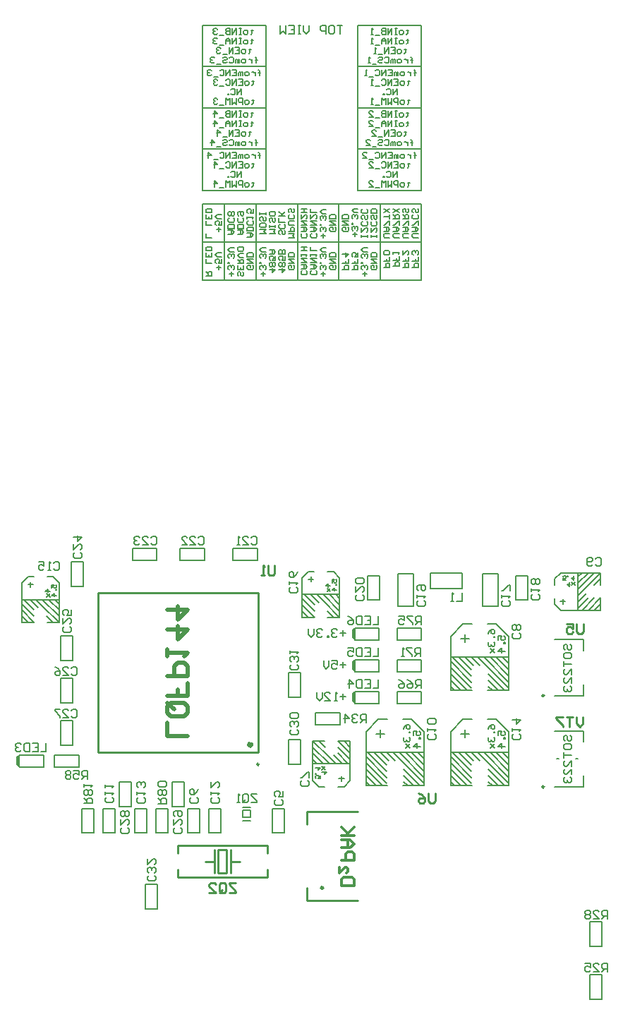
<source format=gbr>
%TF.GenerationSoftware,Altium Limited,Altium Designer,21.0.4 (50)*%
G04 Layer_Color=5672108*
%FSLAX25Y25*%
%MOIN*%
%TF.SameCoordinates,7C4F9ACF-F1D8-4562-922E-26F05696B097*%
%TF.FilePolarity,Positive*%
%TF.FileFunction,Legend,Bot*%
%TF.Part,Single*%
G01*
G75*
%TA.AperFunction,NonConductor*%
%ADD47C,0.00984*%
%ADD48C,0.02362*%
%ADD49C,0.01181*%
%ADD50C,0.00787*%
%ADD51C,0.01000*%
%ADD52C,0.00600*%
%ADD53C,0.00800*%
%ADD54C,0.00799*%
%ADD55C,0.00598*%
%ADD56C,0.00512*%
%ADD57C,0.00591*%
%ADD58C,0.01968*%
%ADD59C,0.00945*%
D47*
X120807Y128386D02*
G03*
X120807Y128386I-492J0D01*
G01*
X255492Y117756D02*
G03*
X255492Y117756I-492J0D01*
G01*
Y160866D02*
G03*
X255492Y160866I-492J0D01*
G01*
D48*
X116913Y137693D02*
G03*
X116913Y137693I-394J0D01*
G01*
D49*
X150992Y70000D02*
G03*
X150992Y70000I-492J0D01*
G01*
X165569Y71181D02*
X159665D01*
Y74133D01*
X160649Y75117D01*
X164585D01*
X165569Y74133D01*
Y71181D01*
X159665Y82988D02*
X165569D01*
Y85940D01*
X164585Y86924D01*
X162617D01*
X161633Y85940D01*
Y82988D01*
X159665Y88892D02*
X163601D01*
X165569Y90860D01*
X163601Y92828D01*
X159665D01*
X162617D01*
Y88892D01*
X165569Y94796D02*
X159665D01*
X161633D01*
X165569Y98731D01*
X162617Y95779D01*
X159665Y98731D01*
X158665Y79805D02*
Y77181D01*
X161289Y79805D01*
X161945D01*
X162601Y79149D01*
Y77837D01*
X161945Y77181D01*
D50*
X94000Y399500D02*
X124000D01*
X94000D02*
Y477500D01*
X124000D01*
Y399500D02*
Y477500D01*
X94000Y438500D02*
X124000D01*
X94000Y458000D02*
X124000D01*
X94000Y419000D02*
X124000D01*
X167500D02*
X197500D01*
X167500Y458000D02*
X197500D01*
X167500Y438500D02*
X197500D01*
Y399500D02*
Y477500D01*
X167500D02*
X197500D01*
X167500Y399500D02*
Y477500D01*
Y399500D02*
X197500D01*
X104500Y357000D02*
Y393000D01*
X119500Y357000D02*
Y393000D01*
X94000D02*
X197500D01*
X178000Y357000D02*
Y393000D01*
X158500Y357000D02*
Y393000D01*
X94000Y357000D02*
X197500D01*
X139000D02*
Y393000D01*
X94000Y375000D02*
X197500D01*
Y357000D02*
Y393000D01*
X94000Y357000D02*
Y393000D01*
X233859Y141940D02*
Y144039D01*
X235434D01*
X234909Y142990D01*
Y142465D01*
X235434Y141940D01*
X236483D01*
X237008Y142465D01*
Y143515D01*
X236483Y144039D01*
X237008Y140891D02*
X236483D01*
Y140366D01*
X237008D01*
Y140891D01*
Y136693D02*
X233859D01*
X235434Y138267D01*
Y136168D01*
X193859Y141940D02*
Y144039D01*
X195434D01*
X194909Y142990D01*
Y142465D01*
X195434Y141940D01*
X196483D01*
X197008Y142465D01*
Y143515D01*
X196483Y144039D01*
X197008Y140891D02*
X196483D01*
Y140366D01*
X197008D01*
Y140891D01*
Y136693D02*
X193859D01*
X195434Y138267D01*
Y136168D01*
X228938Y144893D02*
X229463Y145943D01*
X230512Y146992D01*
X231562D01*
X232087Y146467D01*
Y145418D01*
X231562Y144893D01*
X231037D01*
X230512Y145418D01*
Y146992D01*
X232087Y143843D02*
X231562D01*
Y143319D01*
X232087D01*
Y143843D01*
X229463Y141220D02*
X228938Y140695D01*
Y139645D01*
X229463Y139121D01*
X229988D01*
X230512Y139645D01*
Y140170D01*
Y139645D01*
X231037Y139121D01*
X231562D01*
X232087Y139645D01*
Y140695D01*
X231562Y141220D01*
X229988Y138071D02*
X232087Y135972D01*
X231037Y137022D01*
X229988Y135972D01*
X232087Y138071D01*
X188938Y144893D02*
X189463Y145943D01*
X190512Y146992D01*
X191562D01*
X192087Y146467D01*
Y145418D01*
X191562Y144893D01*
X191037D01*
X190512Y145418D01*
Y146992D01*
X192087Y143843D02*
X191562D01*
Y143319D01*
X192087D01*
Y143843D01*
X189463Y141220D02*
X188938Y140695D01*
Y139645D01*
X189463Y139121D01*
X189988D01*
X190512Y139645D01*
Y140170D01*
Y139645D01*
X191037Y139121D01*
X191562D01*
X192087Y139645D01*
Y140695D01*
X191562Y141220D01*
X189988Y138071D02*
X192087Y135972D01*
X191037Y137022D01*
X189988Y135972D01*
X192087Y138071D01*
X233859Y186940D02*
Y189039D01*
X235434D01*
X234909Y187990D01*
Y187465D01*
X235434Y186940D01*
X236483D01*
X237008Y187465D01*
Y188515D01*
X236483Y189039D01*
X237008Y185891D02*
X236483D01*
Y185366D01*
X237008D01*
Y185891D01*
Y181693D02*
X233859D01*
X235434Y183267D01*
Y181168D01*
X228938Y189893D02*
X229463Y190943D01*
X230512Y191992D01*
X231562D01*
X232087Y191467D01*
Y190418D01*
X231562Y189893D01*
X231037D01*
X230512Y190418D01*
Y191992D01*
X232087Y188844D02*
X231562D01*
Y188319D01*
X232087D01*
Y188844D01*
X229463Y186220D02*
X228938Y185695D01*
Y184645D01*
X229463Y184121D01*
X229988D01*
X230512Y184645D01*
Y185170D01*
Y184645D01*
X231037Y184121D01*
X231562D01*
X232087Y184645D01*
Y185695D01*
X231562Y186220D01*
X229988Y183071D02*
X232087Y180972D01*
X231037Y182022D01*
X229988Y180972D01*
X232087Y183071D01*
X160213Y477223D02*
X157589D01*
X158901D01*
Y473287D01*
X154309Y477223D02*
X155621D01*
X156277Y476567D01*
Y473943D01*
X155621Y473287D01*
X154309D01*
X153653Y473943D01*
Y476567D01*
X154309Y477223D01*
X152341Y473287D02*
Y477223D01*
X150373D01*
X149717Y476567D01*
Y475255D01*
X150373Y474599D01*
X152341D01*
X144470Y477223D02*
Y474599D01*
X143158Y473287D01*
X141846Y474599D01*
Y477223D01*
X140534D02*
X139222D01*
X139878D01*
Y473287D01*
X140534D01*
X139222D01*
X134630Y477223D02*
X137254D01*
Y473287D01*
X134630D01*
X137254Y475255D02*
X135942D01*
X133318Y477223D02*
Y473287D01*
X132007Y474599D01*
X130695Y473287D01*
Y477223D01*
X265236Y139321D02*
X264580Y139977D01*
Y141289D01*
X265236Y141945D01*
X265892D01*
X266548Y141289D01*
Y139977D01*
X267204Y139321D01*
X267860D01*
X268516Y139977D01*
Y141289D01*
X267860Y141945D01*
X264580Y136041D02*
Y137353D01*
X265236Y138009D01*
X267860D01*
X268516Y137353D01*
Y136041D01*
X267860Y135385D01*
X265236D01*
X264580Y136041D01*
Y134073D02*
Y131450D01*
Y132762D01*
X268516D01*
Y127514D02*
Y130138D01*
X265892Y127514D01*
X265236D01*
X264580Y128170D01*
Y129482D01*
X265236Y130138D01*
X268516Y123578D02*
Y126202D01*
X265892Y123578D01*
X265236D01*
X264580Y124234D01*
Y125546D01*
X265236Y126202D01*
Y122266D02*
X264580Y121610D01*
Y120298D01*
X265236Y119642D01*
X265892D01*
X266548Y120298D01*
Y120954D01*
Y120298D01*
X267204Y119642D01*
X267860D01*
X268516Y120298D01*
Y121610D01*
X267860Y122266D01*
X161713Y175255D02*
X159089D01*
X160401Y176567D02*
Y173943D01*
X155153Y177223D02*
X157777D01*
Y175255D01*
X156465Y175911D01*
X155809D01*
X155153Y175255D01*
Y173943D01*
X155809Y173287D01*
X157121D01*
X157777Y173943D01*
X153841Y177223D02*
Y174599D01*
X152529Y173287D01*
X151217Y174599D01*
Y177223D01*
X161713Y190255D02*
X159089D01*
X160401Y191567D02*
Y188943D01*
X157777Y191567D02*
X157121Y192223D01*
X155809D01*
X155153Y191567D01*
Y190911D01*
X155809Y190255D01*
X156465D01*
X155809D01*
X155153Y189599D01*
Y188943D01*
X155809Y188287D01*
X157121D01*
X157777Y188943D01*
X153841Y188287D02*
Y188943D01*
X153185D01*
Y188287D01*
X153841D01*
X150561Y191567D02*
X149905Y192223D01*
X148593D01*
X147938Y191567D01*
Y190911D01*
X148593Y190255D01*
X149249D01*
X148593D01*
X147938Y189599D01*
Y188943D01*
X148593Y188287D01*
X149905D01*
X150561Y188943D01*
X146626Y192223D02*
Y189599D01*
X145314Y188287D01*
X144002Y189599D01*
Y192223D01*
X161713Y160255D02*
X159089D01*
X160401Y161567D02*
Y158943D01*
X157777Y158287D02*
X156465D01*
X157121D01*
Y162223D01*
X157777Y161567D01*
X151873Y158287D02*
X154497D01*
X151873Y160911D01*
Y161567D01*
X152529Y162223D01*
X153841D01*
X154497Y161567D01*
X150561Y162223D02*
Y159599D01*
X149249Y158287D01*
X147938Y159599D01*
Y162223D01*
X265236Y182431D02*
X264580Y183087D01*
Y184399D01*
X265236Y185055D01*
X265892D01*
X266548Y184399D01*
Y183087D01*
X267204Y182431D01*
X267860D01*
X268516Y183087D01*
Y184399D01*
X267860Y185055D01*
X264580Y179151D02*
Y180463D01*
X265236Y181119D01*
X267860D01*
X268516Y180463D01*
Y179151D01*
X267860Y178496D01*
X265236D01*
X264580Y179151D01*
Y177184D02*
Y174560D01*
Y175872D01*
X268516D01*
Y170624D02*
Y173248D01*
X265892Y170624D01*
X265236D01*
X264580Y171280D01*
Y172592D01*
X265236Y173248D01*
X268516Y166688D02*
Y169312D01*
X265892Y166688D01*
X265236D01*
X264580Y167344D01*
Y168656D01*
X265236Y169312D01*
Y165376D02*
X264580Y164720D01*
Y163409D01*
X265236Y162753D01*
X265892D01*
X266548Y163409D01*
Y164065D01*
Y163409D01*
X267204Y162753D01*
X267860D01*
X268516Y163409D01*
Y164720D01*
X267860Y165376D01*
X197248Y164532D02*
Y168468D01*
X195280D01*
X194624Y167812D01*
Y166500D01*
X195280Y165844D01*
X197248D01*
X195936D02*
X194624Y164532D01*
X190688Y168468D02*
X192000Y167812D01*
X193312Y166500D01*
Y165188D01*
X192656Y164532D01*
X191344D01*
X190688Y165188D01*
Y165844D01*
X191344Y166500D01*
X193312D01*
X186752Y168468D02*
X188064Y167812D01*
X189376Y166500D01*
Y165188D01*
X188720Y164532D01*
X187408D01*
X186752Y165188D01*
Y165844D01*
X187408Y166500D01*
X189376D01*
X177216Y168468D02*
Y164532D01*
X174592D01*
X170656Y168468D02*
X173280D01*
Y164532D01*
X170656D01*
X173280Y166500D02*
X171968D01*
X169344Y168468D02*
Y164532D01*
X167376D01*
X166720Y165188D01*
Y167812D01*
X167376Y168468D01*
X169344D01*
X163440Y164532D02*
Y168468D01*
X165408Y166500D01*
X162785D01*
X38032Y109908D02*
X41968D01*
Y111876D01*
X41312Y112532D01*
X40000D01*
X39344Y111876D01*
Y109908D01*
Y111220D02*
X38032Y112532D01*
X41312Y113844D02*
X41968Y114500D01*
Y115812D01*
X41312Y116468D01*
X40656D01*
X40000Y115812D01*
X39344Y116468D01*
X38688D01*
X38032Y115812D01*
Y114500D01*
X38688Y113844D01*
X39344D01*
X40000Y114500D01*
X40656Y113844D01*
X41312D01*
X40000Y114500D02*
Y115812D01*
X38032Y117780D02*
Y119092D01*
Y118436D01*
X41968D01*
X41312Y117780D01*
X73032Y109752D02*
X76968D01*
Y111720D01*
X76312Y112376D01*
X75000D01*
X74344Y111720D01*
Y109752D01*
Y111064D02*
X73032Y112376D01*
X76312Y113688D02*
X76968Y114344D01*
Y115656D01*
X76312Y116312D01*
X75656D01*
X75000Y115656D01*
X74344Y116312D01*
X73688D01*
X73032Y115656D01*
Y114344D01*
X73688Y113688D01*
X74344D01*
X75000Y114344D01*
X75656Y113688D01*
X76312D01*
X75000Y114344D02*
Y115656D01*
X76312Y117624D02*
X76968Y118280D01*
Y119592D01*
X76312Y120248D01*
X73688D01*
X73032Y119592D01*
Y118280D01*
X73688Y117624D01*
X76312D01*
X71312Y75876D02*
X71968Y75220D01*
Y73908D01*
X71312Y73252D01*
X68688D01*
X68032Y73908D01*
Y75220D01*
X68688Y75876D01*
X71312Y77188D02*
X71968Y77844D01*
Y79156D01*
X71312Y79812D01*
X70656D01*
X70000Y79156D01*
Y78500D01*
Y79156D01*
X69344Y79812D01*
X68688D01*
X68032Y79156D01*
Y77844D01*
X68688Y77188D01*
X68032Y83748D02*
Y81124D01*
X70656Y83748D01*
X71312D01*
X71968Y83092D01*
Y81780D01*
X71312Y81124D01*
X119592Y114468D02*
X116968D01*
Y113812D01*
X119592Y111188D01*
Y110532D01*
X116968D01*
X113032Y111188D02*
Y113812D01*
X113688Y114468D01*
X115000D01*
X115656Y113812D01*
Y111188D01*
X115000Y110532D01*
X113688D01*
X114344Y111844D02*
X113032Y110532D01*
X113688D02*
X113032Y111188D01*
X111720Y110532D02*
X110408D01*
X111064D01*
Y114468D01*
X111720Y113812D01*
X197248Y194532D02*
Y198468D01*
X195280D01*
X194624Y197812D01*
Y196500D01*
X195280Y195844D01*
X197248D01*
X195936D02*
X194624Y194532D01*
X193312Y198468D02*
X190688D01*
Y197812D01*
X193312Y195188D01*
Y194532D01*
X186752Y198468D02*
X189376D01*
Y196500D01*
X188064Y197156D01*
X187408D01*
X186752Y196500D01*
Y195188D01*
X187408Y194532D01*
X188720D01*
X189376Y195188D01*
X197092Y179532D02*
Y183468D01*
X195124D01*
X194468Y182812D01*
Y181500D01*
X195124Y180844D01*
X197092D01*
X195780D02*
X194468Y179532D01*
X193156Y183468D02*
X190532D01*
Y182812D01*
X193156Y180188D01*
Y179532D01*
X189220D02*
X187908D01*
X188564D01*
Y183468D01*
X189220Y182812D01*
X39748Y121532D02*
Y125468D01*
X37780D01*
X37124Y124812D01*
Y123500D01*
X37780Y122844D01*
X39748D01*
X38436D02*
X37124Y121532D01*
X33188Y125468D02*
X35812D01*
Y123500D01*
X34500Y124156D01*
X33844D01*
X33188Y123500D01*
Y122188D01*
X33844Y121532D01*
X35156D01*
X35812Y122188D01*
X31876Y124812D02*
X31220Y125468D01*
X29908D01*
X29252Y124812D01*
Y124156D01*
X29908Y123500D01*
X29252Y122844D01*
Y122188D01*
X29908Y121532D01*
X31220D01*
X31876Y122188D01*
Y122844D01*
X31220Y123500D01*
X31876Y124156D01*
Y124812D01*
X31220Y123500D02*
X29908D01*
X171248Y148032D02*
Y151968D01*
X169280D01*
X168624Y151312D01*
Y150000D01*
X169280Y149344D01*
X171248D01*
X169936D02*
X168624Y148032D01*
X167312Y151312D02*
X166656Y151968D01*
X165344D01*
X164688Y151312D01*
Y150656D01*
X165344Y150000D01*
X166000D01*
X165344D01*
X164688Y149344D01*
Y148688D01*
X165344Y148032D01*
X166656D01*
X167312Y148688D01*
X161408Y148032D02*
Y151968D01*
X163376Y150000D01*
X160752D01*
X285248Y55532D02*
Y59468D01*
X283280D01*
X282624Y58812D01*
Y57500D01*
X283280Y56844D01*
X285248D01*
X283936D02*
X282624Y55532D01*
X278688D02*
X281312D01*
X278688Y58156D01*
Y58812D01*
X279344Y59468D01*
X280656D01*
X281312Y58812D01*
X277376D02*
X276720Y59468D01*
X275408D01*
X274752Y58812D01*
Y58156D01*
X275408Y57500D01*
X274752Y56844D01*
Y56188D01*
X275408Y55532D01*
X276720D01*
X277376Y56188D01*
Y56844D01*
X276720Y57500D01*
X277376Y58156D01*
Y58812D01*
X276720Y57500D02*
X275408D01*
X285248Y30532D02*
Y34468D01*
X283280D01*
X282624Y33812D01*
Y32500D01*
X283280Y31844D01*
X285248D01*
X283936D02*
X282624Y30532D01*
X278688D02*
X281312D01*
X278688Y33156D01*
Y33812D01*
X279344Y34468D01*
X280656D01*
X281312Y33812D01*
X274752Y34468D02*
X277376D01*
Y32500D01*
X276064Y33156D01*
X275408D01*
X274752Y32500D01*
Y31188D01*
X275408Y30532D01*
X276720D01*
X277376Y31188D01*
X177216Y198468D02*
Y194532D01*
X174592D01*
X170656Y198468D02*
X173280D01*
Y194532D01*
X170656D01*
X173280Y196500D02*
X171968D01*
X169344Y198468D02*
Y194532D01*
X167376D01*
X166720Y195188D01*
Y197812D01*
X167376Y198468D01*
X169344D01*
X162785D02*
X164096Y197812D01*
X165408Y196500D01*
Y195188D01*
X164752Y194532D01*
X163440D01*
X162785Y195188D01*
Y195844D01*
X163440Y196500D01*
X165408D01*
X177216Y183468D02*
Y179532D01*
X174592D01*
X170656Y183468D02*
X173280D01*
Y179532D01*
X170656D01*
X173280Y181500D02*
X171968D01*
X169344Y183468D02*
Y179532D01*
X167376D01*
X166720Y180188D01*
Y182812D01*
X167376Y183468D01*
X169344D01*
X162785D02*
X165408D01*
Y181500D01*
X164096Y182156D01*
X163440D01*
X162785Y181500D01*
Y180188D01*
X163440Y179532D01*
X164752D01*
X165408Y180188D01*
X20215Y138468D02*
Y134532D01*
X17592D01*
X13656Y138468D02*
X16280D01*
Y134532D01*
X13656D01*
X16280Y136500D02*
X14968D01*
X12344Y138468D02*
Y134532D01*
X10376D01*
X9720Y135188D01*
Y137812D01*
X10376Y138468D01*
X12344D01*
X8408Y137812D02*
X7752Y138468D01*
X6440D01*
X5785Y137812D01*
Y137156D01*
X6440Y136500D01*
X7096D01*
X6440D01*
X5785Y135844D01*
Y135188D01*
X6440Y134532D01*
X7752D01*
X8408Y135188D01*
X216624Y209468D02*
Y205532D01*
X214000D01*
X212688D02*
X211376D01*
X212032D01*
Y209468D01*
X212688Y208812D01*
X138812Y175532D02*
X139468Y174876D01*
Y173564D01*
X138812Y172908D01*
X136188D01*
X135532Y173564D01*
Y174876D01*
X136188Y175532D01*
X138812Y176844D02*
X139468Y177500D01*
Y178812D01*
X138812Y179468D01*
X138156D01*
X137500Y178812D01*
Y178156D01*
Y178812D01*
X136844Y179468D01*
X136188D01*
X135532Y178812D01*
Y177500D01*
X136188Y176844D01*
X135532Y180780D02*
Y182092D01*
Y181436D01*
X139468D01*
X138812Y180780D01*
Y144876D02*
X139468Y144220D01*
Y142908D01*
X138812Y142252D01*
X136188D01*
X135532Y142908D01*
Y144220D01*
X136188Y144876D01*
X138812Y146188D02*
X139468Y146844D01*
Y148156D01*
X138812Y148812D01*
X138156D01*
X137500Y148156D01*
Y147500D01*
Y148156D01*
X136844Y148812D01*
X136188D01*
X135532Y148156D01*
Y146844D01*
X136188Y146188D01*
X138812Y150124D02*
X139468Y150780D01*
Y152092D01*
X138812Y152748D01*
X136188D01*
X135532Y152092D01*
Y150780D01*
X136188Y150124D01*
X138812D01*
X83812Y98376D02*
X84468Y97720D01*
Y96408D01*
X83812Y95752D01*
X81188D01*
X80532Y96408D01*
Y97720D01*
X81188Y98376D01*
X80532Y102312D02*
Y99688D01*
X83156Y102312D01*
X83812D01*
X84468Y101656D01*
Y100344D01*
X83812Y99688D01*
X81188Y103624D02*
X80532Y104280D01*
Y105592D01*
X81188Y106248D01*
X83812D01*
X84468Y105592D01*
Y104280D01*
X83812Y103624D01*
X83156D01*
X82500Y104280D01*
Y106248D01*
X58812Y98376D02*
X59468Y97720D01*
Y96408D01*
X58812Y95752D01*
X56188D01*
X55532Y96408D01*
Y97720D01*
X56188Y98376D01*
X55532Y102312D02*
Y99688D01*
X58156Y102312D01*
X58812D01*
X59468Y101656D01*
Y100344D01*
X58812Y99688D01*
Y103624D02*
X59468Y104280D01*
Y105592D01*
X58812Y106248D01*
X58156D01*
X57500Y105592D01*
X56844Y106248D01*
X56188D01*
X55532Y105592D01*
Y104280D01*
X56188Y103624D01*
X56844D01*
X57500Y104280D01*
X58156Y103624D01*
X58812D01*
X57500Y104280D02*
Y105592D01*
X32124Y153812D02*
X32780Y154468D01*
X34092D01*
X34748Y153812D01*
Y151188D01*
X34092Y150532D01*
X32780D01*
X32124Y151188D01*
X28188Y150532D02*
X30812D01*
X28188Y153156D01*
Y153812D01*
X28844Y154468D01*
X30156D01*
X30812Y153812D01*
X26876Y154468D02*
X24252D01*
Y153812D01*
X26876Y151188D01*
Y150532D01*
X32124Y173812D02*
X32780Y174468D01*
X34092D01*
X34748Y173812D01*
Y171188D01*
X34092Y170532D01*
X32780D01*
X32124Y171188D01*
X28188Y170532D02*
X30812D01*
X28188Y173156D01*
Y173812D01*
X28844Y174468D01*
X30156D01*
X30812Y173812D01*
X24252Y174468D02*
X25564Y173812D01*
X26876Y172500D01*
Y171188D01*
X26220Y170532D01*
X24908D01*
X24252Y171188D01*
Y171844D01*
X24908Y172500D01*
X26876D01*
X31312Y193376D02*
X31968Y192720D01*
Y191408D01*
X31312Y190752D01*
X28688D01*
X28032Y191408D01*
Y192720D01*
X28688Y193376D01*
X28032Y197312D02*
Y194688D01*
X30656Y197312D01*
X31312D01*
X31968Y196656D01*
Y195344D01*
X31312Y194688D01*
X31968Y201248D02*
Y198624D01*
X30000D01*
X30656Y199936D01*
Y200592D01*
X30000Y201248D01*
X28688D01*
X28032Y200592D01*
Y199280D01*
X28688Y198624D01*
X36312Y228376D02*
X36968Y227720D01*
Y226408D01*
X36312Y225752D01*
X33688D01*
X33032Y226408D01*
Y227720D01*
X33688Y228376D01*
X33032Y232312D02*
Y229688D01*
X35656Y232312D01*
X36312D01*
X36968Y231656D01*
Y230344D01*
X36312Y229688D01*
X33032Y235592D02*
X36968D01*
X35000Y233624D01*
Y236248D01*
X69624Y235312D02*
X70280Y235968D01*
X71592D01*
X72248Y235312D01*
Y232688D01*
X71592Y232032D01*
X70280D01*
X69624Y232688D01*
X65688Y232032D02*
X68312D01*
X65688Y234656D01*
Y235312D01*
X66344Y235968D01*
X67656D01*
X68312Y235312D01*
X64376D02*
X63720Y235968D01*
X62408D01*
X61752Y235312D01*
Y234656D01*
X62408Y234000D01*
X63064D01*
X62408D01*
X61752Y233344D01*
Y232688D01*
X62408Y232032D01*
X63720D01*
X64376Y232688D01*
X92124Y235312D02*
X92780Y235968D01*
X94092D01*
X94748Y235312D01*
Y232688D01*
X94092Y232032D01*
X92780D01*
X92124Y232688D01*
X88188Y232032D02*
X90812D01*
X88188Y234656D01*
Y235312D01*
X88844Y235968D01*
X90156D01*
X90812Y235312D01*
X84252Y232032D02*
X86876D01*
X84252Y234656D01*
Y235312D01*
X84908Y235968D01*
X86220D01*
X86876Y235312D01*
X116968D02*
X117624Y235968D01*
X118936D01*
X119592Y235312D01*
Y232688D01*
X118936Y232032D01*
X117624D01*
X116968Y232688D01*
X113032Y232032D02*
X115656D01*
X113032Y234656D01*
Y235312D01*
X113688Y235968D01*
X115000D01*
X115656Y235312D01*
X111720Y232032D02*
X110408D01*
X111064D01*
Y235968D01*
X111720Y235312D01*
X169812Y208376D02*
X170468Y207720D01*
Y206408D01*
X169812Y205752D01*
X167188D01*
X166532Y206408D01*
Y207720D01*
X167188Y208376D01*
X166532Y212312D02*
Y209688D01*
X169156Y212312D01*
X169812D01*
X170468Y211656D01*
Y210344D01*
X169812Y209688D01*
Y213624D02*
X170468Y214280D01*
Y215592D01*
X169812Y216248D01*
X167188D01*
X166532Y215592D01*
Y214280D01*
X167188Y213624D01*
X169812D01*
X198812Y205704D02*
X199468Y205048D01*
Y203736D01*
X198812Y203080D01*
X196188D01*
X195532Y203736D01*
Y205048D01*
X196188Y205704D01*
X195532Y207016D02*
Y208328D01*
Y207672D01*
X199468D01*
X198812Y207016D01*
X196188Y210296D02*
X195532Y210952D01*
Y212264D01*
X196188Y212920D01*
X198812D01*
X199468Y212264D01*
Y210952D01*
X198812Y210296D01*
X198156D01*
X197500Y210952D01*
Y212920D01*
X252812Y208704D02*
X253468Y208048D01*
Y206736D01*
X252812Y206080D01*
X250188D01*
X249532Y206736D01*
Y208048D01*
X250188Y208704D01*
X249532Y210016D02*
Y211328D01*
Y210672D01*
X253468D01*
X252812Y210016D01*
Y213296D02*
X253468Y213952D01*
Y215264D01*
X252812Y215920D01*
X252156D01*
X251500Y215264D01*
X250844Y215920D01*
X250188D01*
X249532Y215264D01*
Y213952D01*
X250188Y213296D01*
X250844D01*
X251500Y213952D01*
X252156Y213296D01*
X252812D01*
X251500Y213952D02*
Y215264D01*
X238812Y205704D02*
X239468Y205048D01*
Y203736D01*
X238812Y203080D01*
X236188D01*
X235532Y203736D01*
Y205048D01*
X236188Y205704D01*
X235532Y207016D02*
Y208328D01*
Y207672D01*
X239468D01*
X238812Y207016D01*
X239468Y210296D02*
Y212920D01*
X238812D01*
X236188Y210296D01*
X235532D01*
X138312Y212027D02*
X138968Y211371D01*
Y210059D01*
X138312Y209403D01*
X135688D01*
X135032Y210059D01*
Y211371D01*
X135688Y212027D01*
X135032Y213339D02*
Y214651D01*
Y213995D01*
X138968D01*
X138312Y213339D01*
X138968Y219243D02*
X138312Y217931D01*
X137000Y216619D01*
X135688D01*
X135032Y217275D01*
Y218586D01*
X135688Y219243D01*
X136344D01*
X137000Y218586D01*
Y216619D01*
X23796Y223312D02*
X24452Y223968D01*
X25764D01*
X26420Y223312D01*
Y220688D01*
X25764Y220032D01*
X24452D01*
X23796Y220688D01*
X22484Y220032D02*
X21172D01*
X21828D01*
Y223968D01*
X22484Y223312D01*
X16580Y223968D02*
X19204D01*
Y222000D01*
X17892Y222656D01*
X17236D01*
X16580Y222000D01*
Y220688D01*
X17236Y220032D01*
X18548D01*
X19204Y220688D01*
X243812Y142704D02*
X244468Y142048D01*
Y140736D01*
X243812Y140080D01*
X241188D01*
X240532Y140736D01*
Y142048D01*
X241188Y142704D01*
X240532Y144016D02*
Y145328D01*
Y144672D01*
X244468D01*
X243812Y144016D01*
X240532Y149264D02*
X244468D01*
X242500Y147296D01*
Y149920D01*
X66312Y112704D02*
X66968Y112048D01*
Y110736D01*
X66312Y110080D01*
X63688D01*
X63032Y110736D01*
Y112048D01*
X63688Y112704D01*
X63032Y114016D02*
Y115328D01*
Y114672D01*
X66968D01*
X66312Y114016D01*
Y117296D02*
X66968Y117952D01*
Y119264D01*
X66312Y119920D01*
X65656D01*
X65000Y119264D01*
Y118608D01*
Y119264D01*
X64344Y119920D01*
X63688D01*
X63032Y119264D01*
Y117952D01*
X63688Y117296D01*
X101312Y112704D02*
X101968Y112048D01*
Y110736D01*
X101312Y110080D01*
X98688D01*
X98032Y110736D01*
Y112048D01*
X98688Y112704D01*
X98032Y114016D02*
Y115328D01*
Y114672D01*
X101968D01*
X101312Y114016D01*
X98032Y119920D02*
Y117296D01*
X100656Y119920D01*
X101312D01*
X101968Y119264D01*
Y117952D01*
X101312Y117296D01*
X51312Y112860D02*
X51968Y112204D01*
Y110892D01*
X51312Y110236D01*
X48688D01*
X48032Y110892D01*
Y112204D01*
X48688Y112860D01*
X48032Y114172D02*
Y115484D01*
Y114828D01*
X51968D01*
X51312Y114172D01*
X48032Y117452D02*
Y118764D01*
Y118108D01*
X51968D01*
X51312Y117452D01*
X203812Y142704D02*
X204468Y142048D01*
Y140736D01*
X203812Y140080D01*
X201188D01*
X200532Y140736D01*
Y142048D01*
X201188Y142704D01*
X200532Y144016D02*
Y145328D01*
Y144672D01*
X204468D01*
X203812Y144016D01*
Y147296D02*
X204468Y147952D01*
Y149264D01*
X203812Y149920D01*
X201188D01*
X200532Y149264D01*
Y147952D01*
X201188Y147296D01*
X203812D01*
X279656Y225312D02*
X280312Y225968D01*
X281624D01*
X282280Y225312D01*
Y222688D01*
X281624Y222032D01*
X280312D01*
X279656Y222688D01*
X278344D02*
X277688Y222032D01*
X276376D01*
X275720Y222688D01*
Y225312D01*
X276376Y225968D01*
X277688D01*
X278344Y225312D01*
Y224656D01*
X277688Y224000D01*
X275720D01*
X243812Y190344D02*
X244468Y189688D01*
Y188376D01*
X243812Y187720D01*
X241188D01*
X240532Y188376D01*
Y189688D01*
X241188Y190344D01*
X243812Y191656D02*
X244468Y192312D01*
Y193624D01*
X243812Y194280D01*
X243156D01*
X242500Y193624D01*
X241844Y194280D01*
X241188D01*
X240532Y193624D01*
Y192312D01*
X241188Y191656D01*
X241844D01*
X242500Y192312D01*
X243156Y191656D01*
X243812D01*
X242500Y192312D02*
Y193624D01*
X143812Y120844D02*
X144468Y120188D01*
Y118876D01*
X143812Y118220D01*
X141188D01*
X140532Y118876D01*
Y120188D01*
X141188Y120844D01*
X144468Y122156D02*
Y124780D01*
X143812D01*
X141188Y122156D01*
X140532D01*
X91312Y112844D02*
X91968Y112188D01*
Y110876D01*
X91312Y110220D01*
X88688D01*
X88032Y110876D01*
Y112188D01*
X88688Y112844D01*
X91968Y116780D02*
X91312Y115468D01*
X90000Y114156D01*
X88688D01*
X88032Y114812D01*
Y116124D01*
X88688Y116780D01*
X89344D01*
X90000Y116124D01*
Y114156D01*
X131312Y111844D02*
X131968Y111188D01*
Y109876D01*
X131312Y109220D01*
X128688D01*
X128032Y109876D01*
Y111188D01*
X128688Y111844D01*
X131968Y115780D02*
Y113156D01*
X130000D01*
X130656Y114468D01*
Y115124D01*
X130000Y115780D01*
X128688D01*
X128032Y115124D01*
Y113812D01*
X128688Y113156D01*
D51*
X120315Y133898D02*
Y209488D01*
X44724D02*
X120315D01*
X44724Y133898D02*
X120315D01*
X44724D02*
Y209488D01*
X124764Y86240D02*
Y89980D01*
X107441Y82500D02*
X111772D01*
X101535Y88012D02*
X105472D01*
X107441Y82500D02*
Y88012D01*
X99567Y82500D02*
Y88012D01*
X101535Y76988D02*
X105472D01*
X99567D02*
Y82500D01*
X124764Y75020D02*
Y78760D01*
X101535Y76988D02*
Y88012D01*
X107441Y76988D02*
Y82500D01*
X105472Y76988D02*
Y88012D01*
X82244Y89980D02*
X124764D01*
X95236Y82500D02*
X99567D01*
X82244Y86240D02*
Y89980D01*
Y75020D02*
X124764D01*
X82244D02*
Y78760D01*
X143500Y64000D02*
X167500D01*
X143500D02*
Y70000D01*
Y100000D02*
Y106000D01*
X167500D01*
D52*
X67200Y60039D02*
X72800D01*
X67200D02*
Y71594D01*
X72800Y60039D02*
Y71594D01*
X67200D02*
X72800D01*
X277200Y42539D02*
X282800D01*
X277200D02*
Y54094D01*
X282800Y42539D02*
Y54094D01*
X277200D02*
X282800D01*
X277200Y17539D02*
X282800D01*
X277200D02*
Y29094D01*
X282800Y17539D02*
Y29094D01*
X277200D02*
X282800D01*
X132800Y95945D02*
Y107500D01*
X127200D02*
X132800D01*
X127200Y95945D02*
X132800D01*
X127200D02*
Y107500D01*
X79700Y119961D02*
X85300D01*
Y108406D02*
Y119961D01*
X79700Y108406D02*
Y119961D01*
Y108406D02*
X85300D01*
X119961Y224700D02*
Y230300D01*
X108406Y224700D02*
X119961D01*
X108406Y230300D02*
X119961D01*
X108406Y224700D02*
Y230300D01*
X94961Y224700D02*
Y230300D01*
X83406Y224700D02*
X94961D01*
X83406Y230300D02*
X94961D01*
X83406Y224700D02*
Y230300D01*
X72461Y224700D02*
Y230300D01*
X60906Y224700D02*
X72461D01*
X60906Y230300D02*
X72461D01*
X60906Y224700D02*
Y230300D01*
X32200Y212539D02*
X37800D01*
X32200D02*
Y224094D01*
X37800Y212539D02*
Y224094D01*
X32200D02*
X37800D01*
X177500Y187200D02*
Y192800D01*
Y187200D02*
Y192800D01*
X166900D02*
X177500D01*
X166900Y187200D02*
X177500D01*
Y172200D02*
Y177800D01*
Y172200D02*
Y177800D01*
X166900D02*
X177500D01*
X166900Y172200D02*
X177500D01*
Y157200D02*
Y162800D01*
Y157200D02*
Y162800D01*
X166900D02*
X177500D01*
X166900Y157200D02*
X177500D01*
X27200Y169055D02*
X32800D01*
Y157500D02*
Y169055D01*
X27200Y157500D02*
Y169055D01*
Y157500D02*
X32800D01*
X27200Y189055D02*
X32800D01*
Y177500D02*
Y189055D01*
X27200Y177500D02*
Y189055D01*
Y177500D02*
X32800D01*
X27200Y137539D02*
X32800D01*
X27200D02*
Y149094D01*
X32800Y137539D02*
Y149094D01*
X27200D02*
X32800D01*
X54700Y119961D02*
X60300D01*
Y108406D02*
Y119961D01*
X54700Y108406D02*
Y119961D01*
Y108406D02*
X60300D01*
X134700Y139961D02*
X140300D01*
Y128406D02*
Y139961D01*
X134700Y128406D02*
Y139961D01*
Y128406D02*
X140300D01*
X134700Y160039D02*
X140300D01*
X134700D02*
Y171594D01*
X140300Y160039D02*
Y171594D01*
X134700D02*
X140300D01*
X47200Y95945D02*
Y107500D01*
Y95945D02*
X52800D01*
Y107500D01*
X47200D02*
X52800D01*
X37200D02*
X42800D01*
Y95945D02*
Y107500D01*
X37200Y95945D02*
X42800D01*
X37200D02*
Y107500D01*
X97200Y95945D02*
Y107500D01*
Y95945D02*
X102800D01*
Y107500D01*
X97200D02*
X102800D01*
X92800Y95906D02*
Y107461D01*
X87200D02*
X92800D01*
X87200Y95906D02*
Y107461D01*
Y95906D02*
X92800D01*
X67800D02*
Y107461D01*
X62200D02*
X67800D01*
X62200Y95906D02*
Y107461D01*
Y95906D02*
X67800D01*
X72200Y107500D02*
X77800D01*
Y95945D02*
Y107500D01*
X72200Y95945D02*
X77800D01*
X72200D02*
Y107500D01*
X19094Y127200D02*
Y132800D01*
X8494D02*
X19094D01*
X8494Y127200D02*
X19094D01*
Y132800D01*
X24094Y127200D02*
Y132800D01*
X35650D01*
Y127200D02*
Y132800D01*
X24094Y127200D02*
X35650D01*
X147500Y147200D02*
X159055D01*
Y152800D01*
X147500D02*
X159055D01*
X147500Y147200D02*
Y152800D01*
X177800Y205906D02*
Y217461D01*
X172200D02*
X177800D01*
X172200Y205906D02*
Y217461D01*
Y205906D02*
X177800D01*
X185906Y187200D02*
Y192800D01*
X197461D01*
Y187200D02*
Y192800D01*
X185906Y187200D02*
X197461D01*
X185906Y172200D02*
Y177800D01*
X197461D01*
Y172200D02*
Y177800D01*
X185906Y172200D02*
X197461D01*
X185906Y157200D02*
Y162800D01*
X197461D01*
Y157200D02*
Y162800D01*
X185906Y157200D02*
X197461D01*
X247800Y205906D02*
Y217461D01*
X242200D02*
X247800D01*
X242200Y205906D02*
Y217461D01*
Y205906D02*
X247800D01*
D53*
X272618Y144134D02*
X274016D01*
Y138945D02*
Y144134D01*
Y117756D02*
Y122945D01*
X272618Y117756D02*
X274016D01*
X260413D02*
X272618D01*
X260413Y144134D02*
X272618D01*
X113150Y103425D02*
Y106575D01*
Y103425D02*
X116693D01*
X113150Y106575D02*
X116693D01*
Y103425D02*
Y106575D01*
X113150Y101850D02*
X116693D01*
X113150Y108150D02*
X116693D01*
X272618Y187244D02*
X274016D01*
Y182055D02*
Y187244D01*
Y160866D02*
Y166055D01*
X272618Y160866D02*
X274016D01*
X260413Y187244D02*
X272618D01*
X260413Y160866D02*
X272618D01*
D54*
X270516Y130945D02*
X271516D01*
X261516D02*
X262516D01*
X12776Y212067D02*
Y214429D01*
X11594Y213248D02*
X13957D01*
X11594Y195335D02*
X13563D01*
X8642Y198287D02*
X11594Y195335D01*
X8642Y201240D02*
X14547Y195335D01*
X8642Y204193D02*
X14547Y198287D01*
X9626Y206161D02*
X14547Y201240D01*
X23406Y195335D02*
X25374D01*
X20453Y198287D02*
X23406Y195335D01*
X18484Y203209D02*
X26358Y195335D01*
X12579Y206161D02*
X16516Y202224D01*
X18484Y206161D02*
X26358Y198287D01*
Y199272D02*
Y201240D01*
X21437Y206161D02*
X26358Y201240D01*
Y203209D02*
Y204193D01*
X24390Y206161D02*
X26358Y204193D01*
X11594Y216988D02*
X14350D01*
X8642Y214035D02*
X11594Y216988D01*
X23406D02*
X26358Y214035D01*
X20650Y216988D02*
X23406D01*
X8642Y195335D02*
Y214035D01*
Y195335D02*
X14350D01*
X20650D02*
X26358D01*
Y214035D01*
X8642Y206161D02*
X26358D01*
X15532D02*
X18484Y203209D01*
X159724Y120394D02*
Y122756D01*
X158543Y121575D02*
X160906D01*
X158937Y139488D02*
X160906D01*
X163858Y136535D01*
X157953Y139488D02*
X163858Y133583D01*
X157953Y136535D02*
X163858Y130630D01*
X157953Y133583D02*
X162874Y128661D01*
X147126Y139488D02*
X149094D01*
X152047Y136535D01*
X146142Y139488D02*
X154016Y131614D01*
X155984Y132598D02*
X159921Y128661D01*
X146142Y136535D02*
X154016Y128661D01*
X146142Y133583D02*
Y135551D01*
Y133583D02*
X151063Y128661D01*
X146142Y130630D02*
Y131614D01*
Y130630D02*
X148110Y128661D01*
X158150Y117835D02*
X160906D01*
X163858Y120787D01*
X146142D02*
X149094Y117835D01*
X151850D01*
X163858Y120787D02*
Y139488D01*
X158150D02*
X163858D01*
X146142D02*
X151850D01*
X146142Y120787D02*
Y139488D01*
Y128661D02*
X163858D01*
X154016Y131614D02*
X156969Y128661D01*
X271339Y208032D02*
X274291Y210984D01*
X271339Y201142D02*
Y218858D01*
X263465D02*
X282165D01*
Y213150D02*
Y218858D01*
Y201142D02*
Y206850D01*
X263465Y201142D02*
X282165D01*
X260512Y213150D02*
Y215906D01*
X263465Y218858D01*
X260512Y204094D02*
X263465Y201142D01*
X260512Y204094D02*
Y206850D01*
X271339Y216890D02*
X273307Y218858D01*
X274291D01*
X271339Y213937D02*
X276260Y218858D01*
X278228D01*
X271339Y210984D02*
X279213Y218858D01*
X271339Y205079D02*
X275276Y209016D01*
X274291Y210984D02*
X282165Y218858D01*
X279213Y212953D02*
X282165Y215906D01*
Y217874D01*
X271339Y202126D02*
X276260Y207047D01*
X273307Y201142D02*
X279213Y207047D01*
X276260Y201142D02*
X282165Y207047D01*
X279213Y201142D02*
X282165Y204094D01*
Y206063D01*
X264252Y204094D02*
Y206457D01*
X263071Y205276D02*
X265433D01*
X148032Y208661D02*
X150984Y205709D01*
X141142Y208661D02*
X158858D01*
Y197835D02*
Y216535D01*
X153150Y197835D02*
X158858D01*
X141142D02*
X146850D01*
X141142D02*
Y216535D01*
X153150Y219488D02*
X155906D01*
X158858Y216535D01*
X141142D02*
X144094Y219488D01*
X146850D01*
X156890Y208661D02*
X158858Y206693D01*
Y205709D02*
Y206693D01*
X153937Y208661D02*
X158858Y203740D01*
Y201772D02*
Y203740D01*
X150984Y208661D02*
X158858Y200787D01*
X145079Y208661D02*
X149016Y204724D01*
X150984Y205709D02*
X158858Y197835D01*
X152953Y200787D02*
X155906Y197835D01*
X157874D01*
X142126Y208661D02*
X147047Y203740D01*
X141142Y206693D02*
X147047Y200787D01*
X141142Y203740D02*
X147047Y197835D01*
X141142Y200787D02*
X144094Y197835D01*
X146063D01*
X144094Y215748D02*
X146457D01*
X145276Y214567D02*
Y216929D01*
X193700Y203200D02*
Y218300D01*
X186300D02*
X193700D01*
X186300Y203200D02*
Y218300D01*
Y203200D02*
X193700D01*
X216800Y211300D02*
Y218700D01*
X201700Y211300D02*
X216800D01*
X201700D02*
Y218700D01*
X216800D01*
X178110Y140890D02*
Y144827D01*
X176142Y142858D02*
X180079D01*
X173189Y118252D02*
X174173D01*
X171220Y120220D02*
X173189Y118252D01*
X176142D02*
X178110D01*
X171220Y123173D02*
X176142Y118252D01*
X179094D02*
X180079D01*
X171220Y126126D02*
X179094Y118252D01*
X171220Y129079D02*
X181063Y119236D01*
X171220Y132032D02*
X181063Y122189D01*
X172205Y134000D02*
X181063Y125142D01*
X175157Y134000D02*
X181063Y128094D01*
X178110Y134000D02*
X182047Y130063D01*
X198780Y118252D02*
Y143843D01*
X188740Y118252D02*
X198780D01*
X171220D02*
X181260D01*
X171220D02*
Y143843D01*
X188740Y149748D02*
X192874D01*
X198780Y143843D01*
X171220D02*
X177126Y149748D01*
X181260D01*
X171220Y134000D02*
X198780D01*
X195827D02*
X198780Y131047D01*
X192874Y134000D02*
X198780Y128094D01*
X189921Y134000D02*
X198780Y125142D01*
X186969Y134000D02*
X198780Y122189D01*
X184016Y134000D02*
X198780Y119236D01*
X181063Y134000D02*
X185000Y130063D01*
X188937Y126126D02*
X196811Y118252D01*
X188937Y123173D02*
X193858Y118252D01*
X194843D01*
X188937Y120220D02*
X190906Y118252D01*
X191890D01*
X233700Y203200D02*
Y218300D01*
X226300D02*
X233700D01*
X226300Y203200D02*
Y218300D01*
Y203200D02*
X233700D01*
X218110Y185890D02*
Y189827D01*
X216142Y187858D02*
X220079D01*
X213189Y163252D02*
X214173D01*
X211220Y165220D02*
X213189Y163252D01*
X216142D02*
X218110D01*
X211220Y168173D02*
X216142Y163252D01*
X219094D02*
X220079D01*
X211220Y171126D02*
X219094Y163252D01*
X211220Y174079D02*
X221063Y164236D01*
X211220Y177032D02*
X221063Y167189D01*
X212205Y179000D02*
X221063Y170142D01*
X215157Y179000D02*
X221063Y173094D01*
X218110Y179000D02*
X222047Y175063D01*
X238780Y163252D02*
Y188843D01*
X228740Y163252D02*
X238780D01*
X211220D02*
X221260D01*
X211220D02*
Y188843D01*
X228740Y194748D02*
X232874D01*
X238780Y188843D01*
X211220D02*
X217126Y194748D01*
X221260D01*
X211220Y179000D02*
X238780D01*
X235827D02*
X238780Y176047D01*
X232874Y179000D02*
X238780Y173094D01*
X229921Y179000D02*
X238780Y170142D01*
X226969Y179000D02*
X238780Y167189D01*
X224016Y179000D02*
X238780Y164236D01*
X221063Y179000D02*
X225000Y175063D01*
X228937Y171126D02*
X236811Y163252D01*
X228937Y168173D02*
X233858Y163252D01*
X234843D01*
X228937Y165220D02*
X230906Y163252D01*
X231890D01*
X218110Y140890D02*
Y144827D01*
X216142Y142858D02*
X220079D01*
X213189Y118252D02*
X214173D01*
X211220Y120220D02*
X213189Y118252D01*
X216142D02*
X218110D01*
X211220Y123173D02*
X216142Y118252D01*
X219094D02*
X220079D01*
X211220Y126126D02*
X219094Y118252D01*
X211220Y129079D02*
X221063Y119236D01*
X211220Y132032D02*
X221063Y122189D01*
X212205Y134000D02*
X221063Y125142D01*
X215157Y134000D02*
X221063Y128094D01*
X218110Y134000D02*
X222047Y130063D01*
X238780Y118252D02*
Y143843D01*
X228740Y118252D02*
X238780D01*
X211220D02*
X221260D01*
X211220D02*
Y143843D01*
X228740Y149748D02*
X232874D01*
X238780Y143843D01*
X211220D02*
X217126Y149748D01*
X221260D01*
X211220Y134000D02*
X238780D01*
X235827D02*
X238780Y131047D01*
X232874Y134000D02*
X238780Y128094D01*
X229921Y134000D02*
X238780Y125142D01*
X226969Y134000D02*
X238780Y122189D01*
X224016Y134000D02*
X238780Y119236D01*
X221063Y134000D02*
X225000Y130063D01*
X228937Y126126D02*
X236811Y118252D01*
X228937Y123173D02*
X233858Y118252D01*
X234843D01*
X228937Y120220D02*
X230906Y118252D01*
X231890D01*
D55*
X165551Y192362D02*
X165989Y192800D01*
X166900D01*
X165100Y188389D02*
Y191811D01*
X164900Y191711D02*
X165551Y192362D01*
X164900Y188289D02*
Y191711D01*
X165551Y187638D02*
X165989Y187200D01*
X167000D01*
X165945Y187244D02*
Y192756D01*
X165551Y187638D02*
Y192362D01*
X164900Y188289D02*
X165595Y187594D01*
X165551Y177362D02*
X165989Y177800D01*
X166900D01*
X165100Y173389D02*
Y176811D01*
X164900Y176711D02*
X165551Y177362D01*
X164900Y173289D02*
Y176711D01*
X165551Y172638D02*
X165989Y172200D01*
X167000D01*
X165945Y172244D02*
Y177756D01*
X165551Y172638D02*
Y177362D01*
X164900Y173289D02*
X165595Y172594D01*
X165551Y162362D02*
X165989Y162800D01*
X166900D01*
X165100Y158389D02*
Y161811D01*
X164900Y161711D02*
X165551Y162362D01*
X164900Y158289D02*
Y161711D01*
X165551Y157638D02*
X165989Y157200D01*
X167000D01*
X165945Y157244D02*
Y162756D01*
X165551Y157638D02*
Y162362D01*
X164900Y158289D02*
X165595Y157594D01*
X6494Y128289D02*
Y131711D01*
X7539Y127244D02*
Y132756D01*
X7583Y132800D02*
X8494D01*
X7146Y132362D02*
X7583Y132800D01*
X7146Y127638D02*
Y132362D01*
Y127638D02*
X7583Y127200D01*
X8594D01*
X6494Y128289D02*
X7190Y127594D01*
X6494Y131711D02*
X7146Y132362D01*
X6694Y128389D02*
Y131811D01*
D56*
X149676Y123116D02*
Y121673D01*
X148594D01*
X148955Y122395D01*
Y122756D01*
X148594Y123116D01*
X147873D01*
X147512Y122756D01*
Y122034D01*
X147873Y121673D01*
X147512Y123838D02*
X147873D01*
Y124199D01*
X147512D01*
Y123838D01*
Y126724D02*
X149676D01*
X148594Y125642D01*
Y127085D01*
X21988Y210067D02*
X19824D01*
X20906Y211150D01*
Y209707D01*
X20545Y208985D02*
X21988Y207542D01*
X21267Y208263D01*
X20545Y207542D01*
X21988Y208985D01*
X150512Y124756D02*
X152676D01*
X151594Y123673D01*
Y125116D01*
X151955Y125838D02*
X150512Y127281D01*
X151233Y126559D01*
X151955Y127281D01*
X150512Y125838D01*
X22824Y211706D02*
Y213150D01*
X23906D01*
X23545Y212428D01*
Y212067D01*
X23906Y211706D01*
X24627D01*
X24988Y212067D01*
Y212789D01*
X24627Y213150D01*
X24988Y210985D02*
X24627D01*
Y210624D01*
X24988D01*
Y210985D01*
Y208099D02*
X22824D01*
X23906Y209181D01*
Y207738D01*
X265793Y215323D02*
X264350D01*
Y216406D01*
X265072Y216045D01*
X265433D01*
X265793Y216406D01*
Y217127D01*
X265433Y217488D01*
X264711D01*
X264350Y217127D01*
X266515Y217488D02*
Y217127D01*
X266876D01*
Y217488D01*
X266515D01*
X269401D02*
Y215323D01*
X268319Y216406D01*
X269762D01*
X155324Y214207D02*
Y215650D01*
X156406D01*
X156045Y214928D01*
Y214567D01*
X156406Y214207D01*
X157127D01*
X157488Y214567D01*
Y215289D01*
X157127Y215650D01*
X157488Y213485D02*
X157127D01*
Y213124D01*
X157488D01*
Y213485D01*
Y210599D02*
X155324D01*
X156406Y211681D01*
Y210238D01*
X154488Y212567D02*
X152323D01*
X153406Y213650D01*
Y212207D01*
X153045Y211485D02*
X154488Y210042D01*
X153767Y210764D01*
X153045Y210042D01*
X154488Y211485D01*
X267433Y214488D02*
Y212323D01*
X266350Y213406D01*
X267793D01*
X268515Y213045D02*
X269958Y214488D01*
X269237Y213767D01*
X269958Y213045D01*
X268515Y214488D01*
D57*
X119418Y459583D02*
Y462042D01*
Y461058D01*
X119910D01*
X118925D01*
X119418D01*
Y462042D01*
X118925Y462534D01*
X117450Y461550D02*
Y459583D01*
Y460566D01*
X116958Y461058D01*
X116466Y461550D01*
X115974D01*
X114006Y459583D02*
X113022D01*
X112530Y460075D01*
Y461058D01*
X113022Y461550D01*
X114006D01*
X114498Y461058D01*
Y460075D01*
X114006Y459583D01*
X111546D02*
Y461550D01*
X111054D01*
X110562Y461058D01*
Y459583D01*
Y461058D01*
X110070Y461550D01*
X109578Y461058D01*
Y459583D01*
X106626Y462042D02*
X107118Y462534D01*
X108102D01*
X108594Y462042D01*
Y460075D01*
X108102Y459583D01*
X107118D01*
X106626Y460075D01*
X103674Y462042D02*
X104166Y462534D01*
X105150D01*
X105642Y462042D01*
Y461550D01*
X105150Y461058D01*
X104166D01*
X103674Y460566D01*
Y460075D01*
X104166Y459583D01*
X105150D01*
X105642Y460075D01*
X102691Y459091D02*
X100723D01*
X99739Y462042D02*
X99247Y462534D01*
X98263D01*
X97771Y462042D01*
Y461550D01*
X98263Y461058D01*
X98755D01*
X98263D01*
X97771Y460566D01*
Y460075D01*
X98263Y459583D01*
X99247D01*
X99739Y460075D01*
X116418Y466542D02*
Y466050D01*
X116910D01*
X115926D01*
X116418D01*
Y464574D01*
X115926Y464082D01*
X113958D02*
X112974D01*
X112482Y464574D01*
Y465558D01*
X112974Y466050D01*
X113958D01*
X114450Y465558D01*
Y464574D01*
X113958Y464082D01*
X109530Y467034D02*
X111498D01*
Y464082D01*
X109530D01*
X111498Y465558D02*
X110514D01*
X108546Y464082D02*
Y467034D01*
X106578Y464082D01*
Y467034D01*
X105594Y463590D02*
X103626D01*
X102642Y466542D02*
X102150Y467034D01*
X101166D01*
X100674Y466542D01*
Y466050D01*
X101166Y465558D01*
X101658D01*
X101166D01*
X100674Y465066D01*
Y464574D01*
X101166Y464082D01*
X102150D01*
X102642Y464574D01*
X117418Y471042D02*
Y470550D01*
X117910D01*
X116926D01*
X117418D01*
Y469074D01*
X116926Y468582D01*
X114958D02*
X113974D01*
X113482Y469074D01*
Y470058D01*
X113974Y470550D01*
X114958D01*
X115450Y470058D01*
Y469074D01*
X114958Y468582D01*
X112498Y471534D02*
X111514D01*
X112006D01*
Y468582D01*
X112498D01*
X111514D01*
X110038D02*
Y471534D01*
X108070Y468582D01*
Y471534D01*
X107086Y468582D02*
Y470550D01*
X106102Y471534D01*
X105118Y470550D01*
Y468582D01*
Y470058D01*
X107086D01*
X104134Y468090D02*
X102166D01*
X101182Y471042D02*
X100691Y471534D01*
X99707D01*
X99215Y471042D01*
Y470550D01*
X99707Y470058D01*
X100199D01*
X99707D01*
X99215Y469566D01*
Y469074D01*
X99707Y468582D01*
X100691D01*
X101182Y469074D01*
X117418Y475542D02*
Y475050D01*
X117910D01*
X116926D01*
X117418D01*
Y473574D01*
X116926Y473082D01*
X114958D02*
X113974D01*
X113482Y473574D01*
Y474558D01*
X113974Y475050D01*
X114958D01*
X115450Y474558D01*
Y473574D01*
X114958Y473082D01*
X112498Y476034D02*
X111514D01*
X112006D01*
Y473082D01*
X112498D01*
X111514D01*
X110038D02*
Y476034D01*
X108070Y473082D01*
Y476034D01*
X107086D02*
Y473082D01*
X105610D01*
X105118Y473574D01*
Y474066D01*
X105610Y474558D01*
X107086D01*
X105610D01*
X105118Y475050D01*
Y475542D01*
X105610Y476034D01*
X107086D01*
X104134Y472590D02*
X102166D01*
X101182Y475542D02*
X100691Y476034D01*
X99707D01*
X99215Y475542D01*
Y475050D01*
X99707Y474558D01*
X100199D01*
X99707D01*
X99215Y474066D01*
Y473574D01*
X99707Y473082D01*
X100691D01*
X101182Y473574D01*
X117918Y442542D02*
Y442050D01*
X118410D01*
X117426D01*
X117918D01*
Y440575D01*
X117426Y440083D01*
X115458D02*
X114474D01*
X113982Y440575D01*
Y441558D01*
X114474Y442050D01*
X115458D01*
X115950Y441558D01*
Y440575D01*
X115458Y440083D01*
X112998D02*
Y443034D01*
X111522D01*
X111030Y442542D01*
Y441558D01*
X111522Y441066D01*
X112998D01*
X110046Y443034D02*
Y440083D01*
X109062Y441066D01*
X108078Y440083D01*
Y443034D01*
X107094Y440083D02*
Y443034D01*
X106110Y442050D01*
X105126Y443034D01*
Y440083D01*
X104142Y439591D02*
X102174D01*
X101191Y442542D02*
X100699Y443034D01*
X99715D01*
X99223Y442542D01*
Y442050D01*
X99715Y441558D01*
X100207D01*
X99715D01*
X99223Y441066D01*
Y440575D01*
X99715Y440083D01*
X100699D01*
X101191Y440575D01*
X112409Y444591D02*
Y447542D01*
X110442Y444591D01*
Y447542D01*
X107490Y447050D02*
X107982Y447542D01*
X108966D01*
X109458Y447050D01*
Y445083D01*
X108966Y444591D01*
X107982D01*
X107490Y445083D01*
X106506Y444591D02*
Y445083D01*
X106014D01*
Y444591D01*
X106506D01*
X117918Y451542D02*
Y451050D01*
X118410D01*
X117426D01*
X117918D01*
Y449575D01*
X117426Y449083D01*
X115458D02*
X114474D01*
X113982Y449575D01*
Y450558D01*
X114474Y451050D01*
X115458D01*
X115950Y450558D01*
Y449575D01*
X115458Y449083D01*
X111030Y452034D02*
X112998D01*
Y449083D01*
X111030D01*
X112998Y450558D02*
X112014D01*
X110046Y449083D02*
Y452034D01*
X108078Y449083D01*
Y452034D01*
X105126Y451542D02*
X105618Y452034D01*
X106602D01*
X107094Y451542D01*
Y449575D01*
X106602Y449083D01*
X105618D01*
X105126Y449575D01*
X104142Y448591D02*
X102174D01*
X101191Y451542D02*
X100699Y452034D01*
X99715D01*
X99223Y451542D01*
Y451050D01*
X99715Y450558D01*
X100207D01*
X99715D01*
X99223Y450066D01*
Y449575D01*
X99715Y449083D01*
X100699D01*
X101191Y449575D01*
X120917Y453582D02*
Y456042D01*
Y455058D01*
X121409D01*
X120425D01*
X120917D01*
Y456042D01*
X120425Y456534D01*
X118950Y455550D02*
Y453582D01*
Y454566D01*
X118458Y455058D01*
X117966Y455550D01*
X117474D01*
X115506Y453582D02*
X114522D01*
X114030Y454074D01*
Y455058D01*
X114522Y455550D01*
X115506D01*
X115998Y455058D01*
Y454074D01*
X115506Y453582D01*
X113046D02*
Y455550D01*
X112554D01*
X112062Y455058D01*
Y453582D01*
Y455058D01*
X111570Y455550D01*
X111078Y455058D01*
Y453582D01*
X108126Y456534D02*
X110094D01*
Y453582D01*
X108126D01*
X110094Y455058D02*
X109110D01*
X107142Y453582D02*
Y456534D01*
X105175Y453582D01*
Y456534D01*
X102223Y456042D02*
X102715Y456534D01*
X103699D01*
X104191Y456042D01*
Y454074D01*
X103699Y453582D01*
X102715D01*
X102223Y454074D01*
X101239Y453090D02*
X99271D01*
X98287Y456042D02*
X97795Y456534D01*
X96811D01*
X96319Y456042D01*
Y455550D01*
X96811Y455058D01*
X97303D01*
X96811D01*
X96319Y454566D01*
Y454074D01*
X96811Y453582D01*
X97795D01*
X98287Y454074D01*
X120917Y414582D02*
Y417042D01*
Y416058D01*
X121409D01*
X120425D01*
X120917D01*
Y417042D01*
X120425Y417534D01*
X118950Y416550D02*
Y414582D01*
Y415566D01*
X118458Y416058D01*
X117966Y416550D01*
X117474D01*
X115506Y414582D02*
X114522D01*
X114030Y415074D01*
Y416058D01*
X114522Y416550D01*
X115506D01*
X115998Y416058D01*
Y415074D01*
X115506Y414582D01*
X113046D02*
Y416550D01*
X112554D01*
X112062Y416058D01*
Y414582D01*
Y416058D01*
X111570Y416550D01*
X111078Y416058D01*
Y414582D01*
X108126Y417534D02*
X110094D01*
Y414582D01*
X108126D01*
X110094Y416058D02*
X109110D01*
X107142Y414582D02*
Y417534D01*
X105175Y414582D01*
Y417534D01*
X102223Y417042D02*
X102715Y417534D01*
X103699D01*
X104191Y417042D01*
Y415074D01*
X103699Y414582D01*
X102715D01*
X102223Y415074D01*
X101239Y414090D02*
X99271D01*
X96811Y414582D02*
Y417534D01*
X98287Y416058D01*
X96319D01*
X117918Y412542D02*
Y412050D01*
X118410D01*
X117426D01*
X117918D01*
Y410574D01*
X117426Y410082D01*
X115458D02*
X114474D01*
X113982Y410574D01*
Y411558D01*
X114474Y412050D01*
X115458D01*
X115950Y411558D01*
Y410574D01*
X115458Y410082D01*
X111030Y413034D02*
X112998D01*
Y410082D01*
X111030D01*
X112998Y411558D02*
X112014D01*
X110046Y410082D02*
Y413034D01*
X108078Y410082D01*
Y413034D01*
X105126Y412542D02*
X105618Y413034D01*
X106602D01*
X107094Y412542D01*
Y410574D01*
X106602Y410082D01*
X105618D01*
X105126Y410574D01*
X104142Y409590D02*
X102174D01*
X99715Y410082D02*
Y413034D01*
X101191Y411558D01*
X99223D01*
X112409Y405590D02*
Y408542D01*
X110442Y405590D01*
Y408542D01*
X107490Y408050D02*
X107982Y408542D01*
X108966D01*
X109458Y408050D01*
Y406082D01*
X108966Y405590D01*
X107982D01*
X107490Y406082D01*
X106506Y405590D02*
Y406082D01*
X106014D01*
Y405590D01*
X106506D01*
X117918Y403542D02*
Y403050D01*
X118410D01*
X117426D01*
X117918D01*
Y401575D01*
X117426Y401083D01*
X115458D02*
X114474D01*
X113982Y401575D01*
Y402558D01*
X114474Y403050D01*
X115458D01*
X115950Y402558D01*
Y401575D01*
X115458Y401083D01*
X112998D02*
Y404034D01*
X111522D01*
X111030Y403542D01*
Y402558D01*
X111522Y402066D01*
X112998D01*
X110046Y404034D02*
Y401083D01*
X109062Y402066D01*
X108078Y401083D01*
Y404034D01*
X107094Y401083D02*
Y404034D01*
X106110Y403050D01*
X105126Y404034D01*
Y401083D01*
X104142Y400591D02*
X102174D01*
X99715Y401083D02*
Y404034D01*
X101191Y402558D01*
X99223D01*
X117418Y436542D02*
Y436050D01*
X117910D01*
X116926D01*
X117418D01*
Y434575D01*
X116926Y434083D01*
X114958D02*
X113974D01*
X113482Y434575D01*
Y435558D01*
X113974Y436050D01*
X114958D01*
X115450Y435558D01*
Y434575D01*
X114958Y434083D01*
X112498Y437034D02*
X111514D01*
X112006D01*
Y434083D01*
X112498D01*
X111514D01*
X110038D02*
Y437034D01*
X108070Y434083D01*
Y437034D01*
X107086D02*
Y434083D01*
X105610D01*
X105118Y434575D01*
Y435066D01*
X105610Y435558D01*
X107086D01*
X105610D01*
X105118Y436050D01*
Y436542D01*
X105610Y437034D01*
X107086D01*
X104134Y433591D02*
X102166D01*
X99707Y434083D02*
Y437034D01*
X101182Y435558D01*
X99215D01*
X117418Y432042D02*
Y431550D01*
X117910D01*
X116926D01*
X117418D01*
Y430075D01*
X116926Y429583D01*
X114958D02*
X113974D01*
X113482Y430075D01*
Y431058D01*
X113974Y431550D01*
X114958D01*
X115450Y431058D01*
Y430075D01*
X114958Y429583D01*
X112498Y432534D02*
X111514D01*
X112006D01*
Y429583D01*
X112498D01*
X111514D01*
X110038D02*
Y432534D01*
X108070Y429583D01*
Y432534D01*
X107086Y429583D02*
Y431550D01*
X106102Y432534D01*
X105118Y431550D01*
Y429583D01*
Y431058D01*
X107086D01*
X104134Y429090D02*
X102166D01*
X99707Y429583D02*
Y432534D01*
X101182Y431058D01*
X99215D01*
X116418Y427542D02*
Y427050D01*
X116910D01*
X115926D01*
X116418D01*
Y425574D01*
X115926Y425082D01*
X113958D02*
X112974D01*
X112482Y425574D01*
Y426558D01*
X112974Y427050D01*
X113958D01*
X114450Y426558D01*
Y425574D01*
X113958Y425082D01*
X109530Y428034D02*
X111498D01*
Y425082D01*
X109530D01*
X111498Y426558D02*
X110514D01*
X108546Y425082D02*
Y428034D01*
X106578Y425082D01*
Y428034D01*
X105594Y424590D02*
X103626D01*
X101166Y425082D02*
Y428034D01*
X102642Y426558D01*
X100674D01*
X119418Y420582D02*
Y423042D01*
Y422058D01*
X119910D01*
X118925D01*
X119418D01*
Y423042D01*
X118925Y423534D01*
X117450Y422550D02*
Y420582D01*
Y421566D01*
X116958Y422058D01*
X116466Y422550D01*
X115974D01*
X114006Y420582D02*
X113022D01*
X112530Y421074D01*
Y422058D01*
X113022Y422550D01*
X114006D01*
X114498Y422058D01*
Y421074D01*
X114006Y420582D01*
X111546D02*
Y422550D01*
X111054D01*
X110562Y422058D01*
Y420582D01*
Y422058D01*
X110070Y422550D01*
X109578Y422058D01*
Y420582D01*
X106626Y423042D02*
X107118Y423534D01*
X108102D01*
X108594Y423042D01*
Y421074D01*
X108102Y420582D01*
X107118D01*
X106626Y421074D01*
X103674Y423042D02*
X104166Y423534D01*
X105150D01*
X105642Y423042D01*
Y422550D01*
X105150Y422058D01*
X104166D01*
X103674Y421566D01*
Y421074D01*
X104166Y420582D01*
X105150D01*
X105642Y421074D01*
X102691Y420090D02*
X100723D01*
X98263Y420582D02*
Y423534D01*
X99739Y422058D01*
X97771D01*
X192918Y420582D02*
Y423042D01*
Y422058D01*
X193410D01*
X192426D01*
X192918D01*
Y423042D01*
X192426Y423534D01*
X190950Y422550D02*
Y420582D01*
Y421566D01*
X190458Y422058D01*
X189966Y422550D01*
X189474D01*
X187506Y420582D02*
X186522D01*
X186030Y421074D01*
Y422058D01*
X186522Y422550D01*
X187506D01*
X187998Y422058D01*
Y421074D01*
X187506Y420582D01*
X185046D02*
Y422550D01*
X184554D01*
X184062Y422058D01*
Y420582D01*
Y422058D01*
X183570Y422550D01*
X183078Y422058D01*
Y420582D01*
X180126Y423042D02*
X180618Y423534D01*
X181602D01*
X182094Y423042D01*
Y421074D01*
X181602Y420582D01*
X180618D01*
X180126Y421074D01*
X177174Y423042D02*
X177666Y423534D01*
X178650D01*
X179142Y423042D01*
Y422550D01*
X178650Y422058D01*
X177666D01*
X177174Y421566D01*
Y421074D01*
X177666Y420582D01*
X178650D01*
X179142Y421074D01*
X176191Y420090D02*
X174223D01*
X171271Y420582D02*
X173239D01*
X171271Y422550D01*
Y423042D01*
X171763Y423534D01*
X172747D01*
X173239Y423042D01*
X189918Y427542D02*
Y427050D01*
X190410D01*
X189426D01*
X189918D01*
Y425574D01*
X189426Y425082D01*
X187458D02*
X186474D01*
X185982Y425574D01*
Y426558D01*
X186474Y427050D01*
X187458D01*
X187950Y426558D01*
Y425574D01*
X187458Y425082D01*
X183030Y428034D02*
X184998D01*
Y425082D01*
X183030D01*
X184998Y426558D02*
X184014D01*
X182046Y425082D02*
Y428034D01*
X180078Y425082D01*
Y428034D01*
X179094Y424590D02*
X177126D01*
X174174Y425082D02*
X176142D01*
X174174Y427050D01*
Y427542D01*
X174667Y428034D01*
X175650D01*
X176142Y427542D01*
X190918Y432042D02*
Y431550D01*
X191410D01*
X190426D01*
X190918D01*
Y430075D01*
X190426Y429583D01*
X188458D02*
X187474D01*
X186982Y430075D01*
Y431058D01*
X187474Y431550D01*
X188458D01*
X188950Y431058D01*
Y430075D01*
X188458Y429583D01*
X185998Y432534D02*
X185014D01*
X185506D01*
Y429583D01*
X185998D01*
X185014D01*
X183538D02*
Y432534D01*
X181570Y429583D01*
Y432534D01*
X180586Y429583D02*
Y431550D01*
X179602Y432534D01*
X178618Y431550D01*
Y429583D01*
Y431058D01*
X180586D01*
X177634Y429090D02*
X175666D01*
X172715Y429583D02*
X174682D01*
X172715Y431550D01*
Y432042D01*
X173207Y432534D01*
X174191D01*
X174682Y432042D01*
X190918Y436542D02*
Y436050D01*
X191410D01*
X190426D01*
X190918D01*
Y434575D01*
X190426Y434083D01*
X188458D02*
X187474D01*
X186982Y434575D01*
Y435558D01*
X187474Y436050D01*
X188458D01*
X188950Y435558D01*
Y434575D01*
X188458Y434083D01*
X185998Y437034D02*
X185014D01*
X185506D01*
Y434083D01*
X185998D01*
X185014D01*
X183538D02*
Y437034D01*
X181570Y434083D01*
Y437034D01*
X180586D02*
Y434083D01*
X179110D01*
X178618Y434575D01*
Y435066D01*
X179110Y435558D01*
X180586D01*
X179110D01*
X178618Y436050D01*
Y436542D01*
X179110Y437034D01*
X180586D01*
X177634Y433591D02*
X175666D01*
X172715Y434083D02*
X174682D01*
X172715Y436050D01*
Y436542D01*
X173207Y437034D01*
X174191D01*
X174682Y436542D01*
X191418Y403542D02*
Y403050D01*
X191910D01*
X190926D01*
X191418D01*
Y401575D01*
X190926Y401083D01*
X188958D02*
X187974D01*
X187482Y401575D01*
Y402558D01*
X187974Y403050D01*
X188958D01*
X189450Y402558D01*
Y401575D01*
X188958Y401083D01*
X186498D02*
Y404034D01*
X185022D01*
X184530Y403542D01*
Y402558D01*
X185022Y402066D01*
X186498D01*
X183546Y404034D02*
Y401083D01*
X182562Y402066D01*
X181578Y401083D01*
Y404034D01*
X180594Y401083D02*
Y404034D01*
X179610Y403050D01*
X178626Y404034D01*
Y401083D01*
X177642Y400591D02*
X175674D01*
X172723Y401083D02*
X174691D01*
X172723Y403050D01*
Y403542D01*
X173215Y404034D01*
X174199D01*
X174691Y403542D01*
X185909Y405590D02*
Y408542D01*
X183942Y405590D01*
Y408542D01*
X180990Y408050D02*
X181482Y408542D01*
X182466D01*
X182958Y408050D01*
Y406082D01*
X182466Y405590D01*
X181482D01*
X180990Y406082D01*
X180006Y405590D02*
Y406082D01*
X179514D01*
Y405590D01*
X180006D01*
X191418Y412542D02*
Y412050D01*
X191910D01*
X190926D01*
X191418D01*
Y410574D01*
X190926Y410082D01*
X188958D02*
X187974D01*
X187482Y410574D01*
Y411558D01*
X187974Y412050D01*
X188958D01*
X189450Y411558D01*
Y410574D01*
X188958Y410082D01*
X184530Y413034D02*
X186498D01*
Y410082D01*
X184530D01*
X186498Y411558D02*
X185514D01*
X183546Y410082D02*
Y413034D01*
X181578Y410082D01*
Y413034D01*
X178626Y412542D02*
X179118Y413034D01*
X180102D01*
X180594Y412542D01*
Y410574D01*
X180102Y410082D01*
X179118D01*
X178626Y410574D01*
X177642Y409590D02*
X175674D01*
X172723Y410082D02*
X174691D01*
X172723Y412050D01*
Y412542D01*
X173215Y413034D01*
X174199D01*
X174691Y412542D01*
X194418Y414582D02*
Y417042D01*
Y416058D01*
X194910D01*
X193925D01*
X194418D01*
Y417042D01*
X193925Y417534D01*
X192450Y416550D02*
Y414582D01*
Y415566D01*
X191958Y416058D01*
X191466Y416550D01*
X190974D01*
X189006Y414582D02*
X188022D01*
X187530Y415074D01*
Y416058D01*
X188022Y416550D01*
X189006D01*
X189498Y416058D01*
Y415074D01*
X189006Y414582D01*
X186546D02*
Y416550D01*
X186054D01*
X185562Y416058D01*
Y414582D01*
Y416058D01*
X185070Y416550D01*
X184578Y416058D01*
Y414582D01*
X181626Y417534D02*
X183594D01*
Y414582D01*
X181626D01*
X183594Y416058D02*
X182610D01*
X180642Y414582D02*
Y417534D01*
X178674Y414582D01*
Y417534D01*
X175723Y417042D02*
X176215Y417534D01*
X177199D01*
X177691Y417042D01*
Y415074D01*
X177199Y414582D01*
X176215D01*
X175723Y415074D01*
X174739Y414090D02*
X172771D01*
X169819Y414582D02*
X171787D01*
X169819Y416550D01*
Y417042D01*
X170311Y417534D01*
X171295D01*
X171787Y417042D01*
X194418Y453582D02*
Y456042D01*
Y455058D01*
X194910D01*
X193925D01*
X194418D01*
Y456042D01*
X193925Y456534D01*
X192450Y455550D02*
Y453582D01*
Y454566D01*
X191958Y455058D01*
X191466Y455550D01*
X190974D01*
X189006Y453582D02*
X188022D01*
X187530Y454074D01*
Y455058D01*
X188022Y455550D01*
X189006D01*
X189498Y455058D01*
Y454074D01*
X189006Y453582D01*
X186546D02*
Y455550D01*
X186054D01*
X185562Y455058D01*
Y453582D01*
Y455058D01*
X185070Y455550D01*
X184578Y455058D01*
Y453582D01*
X181626Y456534D02*
X183594D01*
Y453582D01*
X181626D01*
X183594Y455058D02*
X182610D01*
X180642Y453582D02*
Y456534D01*
X178674Y453582D01*
Y456534D01*
X175723Y456042D02*
X176215Y456534D01*
X177199D01*
X177691Y456042D01*
Y454074D01*
X177199Y453582D01*
X176215D01*
X175723Y454074D01*
X174739Y453090D02*
X172771D01*
X171787Y453582D02*
X170803D01*
X171295D01*
Y456534D01*
X171787Y456042D01*
X191418Y451542D02*
Y451050D01*
X191910D01*
X190926D01*
X191418D01*
Y449575D01*
X190926Y449083D01*
X188958D02*
X187974D01*
X187482Y449575D01*
Y450558D01*
X187974Y451050D01*
X188958D01*
X189450Y450558D01*
Y449575D01*
X188958Y449083D01*
X184530Y452034D02*
X186498D01*
Y449083D01*
X184530D01*
X186498Y450558D02*
X185514D01*
X183546Y449083D02*
Y452034D01*
X181578Y449083D01*
Y452034D01*
X178626Y451542D02*
X179118Y452034D01*
X180102D01*
X180594Y451542D01*
Y449575D01*
X180102Y449083D01*
X179118D01*
X178626Y449575D01*
X177642Y448591D02*
X175674D01*
X174691Y449083D02*
X173707D01*
X174199D01*
Y452034D01*
X174691Y451542D01*
X185909Y444591D02*
Y447542D01*
X183942Y444591D01*
Y447542D01*
X180990Y447050D02*
X181482Y447542D01*
X182466D01*
X182958Y447050D01*
Y445083D01*
X182466Y444591D01*
X181482D01*
X180990Y445083D01*
X180006Y444591D02*
Y445083D01*
X179514D01*
Y444591D01*
X180006D01*
X191418Y442542D02*
Y442050D01*
X191910D01*
X190926D01*
X191418D01*
Y440575D01*
X190926Y440083D01*
X188958D02*
X187974D01*
X187482Y440575D01*
Y441558D01*
X187974Y442050D01*
X188958D01*
X189450Y441558D01*
Y440575D01*
X188958Y440083D01*
X186498D02*
Y443034D01*
X185022D01*
X184530Y442542D01*
Y441558D01*
X185022Y441066D01*
X186498D01*
X183546Y443034D02*
Y440083D01*
X182562Y441066D01*
X181578Y440083D01*
Y443034D01*
X180594Y440083D02*
Y443034D01*
X179610Y442050D01*
X178626Y443034D01*
Y440083D01*
X177642Y439591D02*
X175674D01*
X174691Y440083D02*
X173707D01*
X174199D01*
Y443034D01*
X174691Y442542D01*
X190918Y475542D02*
Y475050D01*
X191410D01*
X190426D01*
X190918D01*
Y473574D01*
X190426Y473082D01*
X188458D02*
X187474D01*
X186982Y473574D01*
Y474558D01*
X187474Y475050D01*
X188458D01*
X188950Y474558D01*
Y473574D01*
X188458Y473082D01*
X185998Y476034D02*
X185014D01*
X185506D01*
Y473082D01*
X185998D01*
X185014D01*
X183538D02*
Y476034D01*
X181570Y473082D01*
Y476034D01*
X180586D02*
Y473082D01*
X179110D01*
X178618Y473574D01*
Y474066D01*
X179110Y474558D01*
X180586D01*
X179110D01*
X178618Y475050D01*
Y475542D01*
X179110Y476034D01*
X180586D01*
X177634Y472590D02*
X175666D01*
X174682Y473082D02*
X173699D01*
X174191D01*
Y476034D01*
X174682Y475542D01*
X190918Y471042D02*
Y470550D01*
X191410D01*
X190426D01*
X190918D01*
Y469074D01*
X190426Y468582D01*
X188458D02*
X187474D01*
X186982Y469074D01*
Y470058D01*
X187474Y470550D01*
X188458D01*
X188950Y470058D01*
Y469074D01*
X188458Y468582D01*
X185998Y471534D02*
X185014D01*
X185506D01*
Y468582D01*
X185998D01*
X185014D01*
X183538D02*
Y471534D01*
X181570Y468582D01*
Y471534D01*
X180586Y468582D02*
Y470550D01*
X179602Y471534D01*
X178618Y470550D01*
Y468582D01*
Y470058D01*
X180586D01*
X177634Y468090D02*
X175666D01*
X174682Y468582D02*
X173699D01*
X174191D01*
Y471534D01*
X174682Y471042D01*
X189918Y466542D02*
Y466050D01*
X190410D01*
X189426D01*
X189918D01*
Y464574D01*
X189426Y464082D01*
X187458D02*
X186474D01*
X185982Y464574D01*
Y465558D01*
X186474Y466050D01*
X187458D01*
X187950Y465558D01*
Y464574D01*
X187458Y464082D01*
X183030Y467034D02*
X184998D01*
Y464082D01*
X183030D01*
X184998Y465558D02*
X184014D01*
X182046Y464082D02*
Y467034D01*
X180078Y464082D01*
Y467034D01*
X179094Y463590D02*
X177126D01*
X176142Y464082D02*
X175158D01*
X175650D01*
Y467034D01*
X176142Y466542D01*
X192918Y459583D02*
Y462042D01*
Y461058D01*
X193410D01*
X192426D01*
X192918D01*
Y462042D01*
X192426Y462534D01*
X190950Y461550D02*
Y459583D01*
Y460566D01*
X190458Y461058D01*
X189966Y461550D01*
X189474D01*
X187506Y459583D02*
X186522D01*
X186030Y460075D01*
Y461058D01*
X186522Y461550D01*
X187506D01*
X187998Y461058D01*
Y460075D01*
X187506Y459583D01*
X185046D02*
Y461550D01*
X184554D01*
X184062Y461058D01*
Y459583D01*
Y461058D01*
X183570Y461550D01*
X183078Y461058D01*
Y459583D01*
X180126Y462042D02*
X180618Y462534D01*
X181602D01*
X182094Y462042D01*
Y460075D01*
X181602Y459583D01*
X180618D01*
X180126Y460075D01*
X177174Y462042D02*
X177666Y462534D01*
X178650D01*
X179142Y462042D01*
Y461550D01*
X178650Y461058D01*
X177666D01*
X177174Y460566D01*
Y460075D01*
X177666Y459583D01*
X178650D01*
X179142Y460075D01*
X176191Y459091D02*
X174223D01*
X173239Y459583D02*
X172255D01*
X172747D01*
Y462534D01*
X173239Y462042D01*
X98542Y377091D02*
X95591D01*
Y379058D01*
X98542Y382994D02*
X95591D01*
Y384962D01*
X98542Y387914D02*
Y385946D01*
X95591D01*
Y387914D01*
X97066Y385946D02*
Y386930D01*
X98542Y388898D02*
X95591D01*
Y390374D01*
X96083Y390866D01*
X98050D01*
X98542Y390374D01*
Y388898D01*
X107566Y359090D02*
Y361058D01*
X108550Y360074D02*
X106582D01*
X108550Y362042D02*
X109042Y362534D01*
Y363518D01*
X108550Y364010D01*
X108058D01*
X107566Y363518D01*
Y363026D01*
Y363518D01*
X107074Y364010D01*
X106582D01*
X106090Y363518D01*
Y362534D01*
X106582Y362042D01*
X106090Y364994D02*
X106582D01*
Y365486D01*
X106090D01*
Y364994D01*
X108550Y367454D02*
X109042Y367946D01*
Y368930D01*
X108550Y369422D01*
X108058D01*
X107566Y368930D01*
Y368438D01*
Y368930D01*
X107074Y369422D01*
X106582D01*
X106090Y368930D01*
Y367946D01*
X106582Y367454D01*
X109042Y370406D02*
X107074D01*
X106090Y371390D01*
X107074Y372374D01*
X109042D01*
X117550Y364058D02*
X118042Y363566D01*
Y362582D01*
X117550Y362090D01*
X115583D01*
X115091Y362582D01*
Y363566D01*
X115583Y364058D01*
X116566D01*
Y363074D01*
X115091Y365042D02*
X118042D01*
X115091Y367010D01*
X118042D01*
Y367994D02*
X115091D01*
Y369470D01*
X115583Y369962D01*
X117550D01*
X118042Y369470D01*
Y367994D01*
X122566Y359090D02*
Y361058D01*
X123550Y360074D02*
X121582D01*
X123550Y362042D02*
X124042Y362534D01*
Y363518D01*
X123550Y364010D01*
X123058D01*
X122566Y363518D01*
Y363026D01*
Y363518D01*
X122074Y364010D01*
X121582D01*
X121090Y363518D01*
Y362534D01*
X121582Y362042D01*
X121090Y364994D02*
X121582D01*
Y365486D01*
X121090D01*
Y364994D01*
X123550Y367454D02*
X124042Y367946D01*
Y368930D01*
X123550Y369422D01*
X123058D01*
X122566Y368930D01*
Y368438D01*
Y368930D01*
X122074Y369422D01*
X121582D01*
X121090Y368930D01*
Y367946D01*
X121582Y367454D01*
X124042Y370406D02*
X122074D01*
X121090Y371390D01*
X122074Y372374D01*
X124042D01*
X125591Y362066D02*
X128542D01*
X127066Y360591D01*
Y362558D01*
X128050Y363542D02*
X128542Y364034D01*
Y365018D01*
X128050Y365510D01*
X127558D01*
X127066Y365018D01*
X126575Y365510D01*
X126083D01*
X125591Y365018D01*
Y364034D01*
X126083Y363542D01*
X126575D01*
X127066Y364034D01*
X127558Y363542D01*
X128050D01*
X127066Y364034D02*
Y365018D01*
X128542Y368462D02*
Y366494D01*
X127066D01*
X127558Y367478D01*
Y367970D01*
X127066Y368462D01*
X126083D01*
X125591Y367970D01*
Y366986D01*
X126083Y366494D01*
X125591Y369446D02*
X127558D01*
X128542Y370430D01*
X127558Y371414D01*
X125591D01*
X127066D01*
Y369446D01*
X130090Y362066D02*
X133042D01*
X131566Y360591D01*
Y362558D01*
X132550Y363542D02*
X133042Y364034D01*
Y365018D01*
X132550Y365510D01*
X132058D01*
X131566Y365018D01*
X131075Y365510D01*
X130582D01*
X130090Y365018D01*
Y364034D01*
X130582Y363542D01*
X131075D01*
X131566Y364034D01*
X132058Y363542D01*
X132550D01*
X131566Y364034D02*
Y365018D01*
X133042Y368462D02*
Y366494D01*
X131566D01*
X132058Y367478D01*
Y367970D01*
X131566Y368462D01*
X130582D01*
X130090Y367970D01*
Y366986D01*
X130582Y366494D01*
X133042Y369446D02*
X130090D01*
Y370922D01*
X130582Y371414D01*
X131075D01*
X131566Y370922D01*
Y369446D01*
Y370922D01*
X132058Y371414D01*
X132550D01*
X133042Y370922D01*
Y369446D01*
X137050Y364058D02*
X137542Y363566D01*
Y362582D01*
X137050Y362090D01*
X135082D01*
X134590Y362582D01*
Y363566D01*
X135082Y364058D01*
X136066D01*
Y363074D01*
X134590Y365042D02*
X137542D01*
X134590Y367010D01*
X137542D01*
Y367994D02*
X134590D01*
Y369470D01*
X135082Y369962D01*
X137050D01*
X137542Y369470D01*
Y367994D01*
X115091Y377291D02*
X117058D01*
X118042Y378274D01*
X117058Y379258D01*
X115091D01*
X116566D01*
Y377291D01*
X118042Y380242D02*
X115091D01*
Y381718D01*
X115583Y382210D01*
X117550D01*
X118042Y381718D01*
Y380242D01*
X117550Y385162D02*
X118042Y384670D01*
Y383686D01*
X117550Y383194D01*
X115583D01*
X115091Y383686D01*
Y384670D01*
X115583Y385162D01*
X115091Y386146D02*
Y387130D01*
Y386638D01*
X118042D01*
X117550Y386146D01*
X118042Y390574D02*
Y388606D01*
X116566D01*
X117058Y389590D01*
Y390082D01*
X116566Y390574D01*
X115583D01*
X115091Y390082D01*
Y389098D01*
X115583Y388606D01*
X121090Y379090D02*
X124042D01*
X123058Y380075D01*
X124042Y381058D01*
X121090D01*
X124042Y383518D02*
Y382534D01*
X123550Y382042D01*
X121582D01*
X121090Y382534D01*
Y383518D01*
X121582Y384010D01*
X123550D01*
X124042Y383518D01*
X123550Y386962D02*
X124042Y386470D01*
Y385486D01*
X123550Y384994D01*
X123058D01*
X122566Y385486D01*
Y386470D01*
X122074Y386962D01*
X121582D01*
X121090Y386470D01*
Y385486D01*
X121582Y384994D01*
X124042Y387946D02*
Y388930D01*
Y388438D01*
X121090D01*
Y387946D01*
Y388930D01*
X125591Y379090D02*
X128542D01*
X127558Y380075D01*
X128542Y381058D01*
X125591D01*
X128542Y382042D02*
Y383026D01*
Y382534D01*
X125591D01*
Y382042D01*
Y383026D01*
X128050Y386470D02*
X128542Y385978D01*
Y384994D01*
X128050Y384502D01*
X127558D01*
X127066Y384994D01*
Y385978D01*
X126575Y386470D01*
X126083D01*
X125591Y385978D01*
Y384994D01*
X126083Y384502D01*
X128542Y388930D02*
Y387946D01*
X128050Y387454D01*
X126083D01*
X125591Y387946D01*
Y388930D01*
X126083Y389422D01*
X128050D01*
X128542Y388930D01*
X132550Y380558D02*
X133042Y380066D01*
Y379082D01*
X132550Y378590D01*
X132058D01*
X131566Y379082D01*
Y380066D01*
X131075Y380558D01*
X130582D01*
X130090Y380066D01*
Y379082D01*
X130582Y378590D01*
X132550Y383510D02*
X133042Y383018D01*
Y382034D01*
X132550Y381542D01*
X130582D01*
X130090Y382034D01*
Y383018D01*
X130582Y383510D01*
X133042Y384494D02*
X130090D01*
Y386462D01*
X133042Y387446D02*
X130090D01*
X131075D01*
X133042Y389414D01*
X131566Y387938D01*
X130090Y389414D01*
X110591Y378590D02*
X112558D01*
X113542Y379574D01*
X112558Y380558D01*
X110591D01*
X112066D01*
Y378590D01*
X113542Y381542D02*
X110591D01*
Y383018D01*
X111082Y383510D01*
X113050D01*
X113542Y383018D01*
Y381542D01*
X113050Y386462D02*
X113542Y385970D01*
Y384986D01*
X113050Y384494D01*
X111082D01*
X110591Y384986D01*
Y385970D01*
X111082Y386462D01*
Y387446D02*
X110591Y387938D01*
Y388922D01*
X111082Y389414D01*
X113050D01*
X113542Y388922D01*
Y387938D01*
X113050Y387446D01*
X112558D01*
X112066Y387938D01*
Y389414D01*
X106090Y378590D02*
X108058D01*
X109042Y379574D01*
X108058Y380558D01*
X106090D01*
X107566D01*
Y378590D01*
X109042Y381542D02*
X106090D01*
Y383018D01*
X106582Y383510D01*
X108550D01*
X109042Y383018D01*
Y381542D01*
X108550Y386462D02*
X109042Y385970D01*
Y384986D01*
X108550Y384494D01*
X106582D01*
X106090Y384986D01*
Y385970D01*
X106582Y386462D01*
X108550Y387446D02*
X109042Y387938D01*
Y388922D01*
X108550Y389414D01*
X108058D01*
X107566Y388922D01*
X107074Y389414D01*
X106582D01*
X106090Y388922D01*
Y387938D01*
X106582Y387446D01*
X107074D01*
X107566Y387938D01*
X108058Y387446D01*
X108550D01*
X107566Y387938D02*
Y388922D01*
X95591Y359090D02*
X98542D01*
Y360566D01*
X98050Y361058D01*
X97066D01*
X96574Y360566D01*
Y359090D01*
Y360074D02*
X95591Y361058D01*
X98542Y364994D02*
X95591D01*
Y366962D01*
X98542Y369914D02*
Y367946D01*
X95591D01*
Y369914D01*
X97066Y367946D02*
Y368930D01*
X98542Y370898D02*
X95591D01*
Y372374D01*
X96083Y372866D01*
X98050D01*
X98542Y372374D01*
Y370898D01*
X101566Y362090D02*
Y364058D01*
X102550Y363074D02*
X100583D01*
X103042Y367010D02*
Y365042D01*
X101566D01*
X102058Y366026D01*
Y366518D01*
X101566Y367010D01*
X100583D01*
X100091Y366518D01*
Y365534D01*
X100583Y365042D01*
X103042Y367994D02*
X101075D01*
X100091Y368978D01*
X101075Y369962D01*
X103042D01*
X101566Y380090D02*
Y382058D01*
X102550Y381075D02*
X100583D01*
X103042Y385010D02*
Y383042D01*
X101566D01*
X102058Y384026D01*
Y384518D01*
X101566Y385010D01*
X100583D01*
X100091Y384518D01*
Y383534D01*
X100583Y383042D01*
X103042Y385994D02*
X101075D01*
X100091Y386978D01*
X101075Y387962D01*
X103042D01*
X151066Y359090D02*
Y361058D01*
X152050Y360074D02*
X150083D01*
X152050Y362042D02*
X152542Y362534D01*
Y363518D01*
X152050Y364010D01*
X151558D01*
X151066Y363518D01*
Y363026D01*
Y363518D01*
X150575Y364010D01*
X150083D01*
X149591Y363518D01*
Y362534D01*
X150083Y362042D01*
X149591Y364994D02*
X150083D01*
Y365486D01*
X149591D01*
Y364994D01*
X152050Y367454D02*
X152542Y367946D01*
Y368930D01*
X152050Y369422D01*
X151558D01*
X151066Y368930D01*
Y368438D01*
Y368930D01*
X150575Y369422D01*
X150083D01*
X149591Y368930D01*
Y367946D01*
X150083Y367454D01*
X152542Y370406D02*
X150575D01*
X149591Y371390D01*
X150575Y372374D01*
X152542D01*
X176050Y364058D02*
X176542Y363566D01*
Y362582D01*
X176050Y362090D01*
X174083D01*
X173591Y362582D01*
Y363566D01*
X174083Y364058D01*
X175066D01*
Y363074D01*
X173591Y365042D02*
X176542D01*
X173591Y367010D01*
X176542D01*
Y367994D02*
X173591D01*
Y369470D01*
X174083Y369962D01*
X176050D01*
X176542Y369470D01*
Y367994D01*
X170566Y359090D02*
Y361058D01*
X171550Y360074D02*
X169582D01*
X171550Y362042D02*
X172042Y362534D01*
Y363518D01*
X171550Y364010D01*
X171058D01*
X170566Y363518D01*
Y363026D01*
Y363518D01*
X170074Y364010D01*
X169582D01*
X169090Y363518D01*
Y362534D01*
X169582Y362042D01*
X169090Y364994D02*
X169582D01*
Y365486D01*
X169090D01*
Y364994D01*
X171550Y367454D02*
X172042Y367946D01*
Y368930D01*
X171550Y369422D01*
X171058D01*
X170566Y368930D01*
Y368438D01*
Y368930D01*
X170074Y369422D01*
X169582D01*
X169090Y368930D01*
Y367946D01*
X169582Y367454D01*
X172042Y370406D02*
X170074D01*
X169090Y371390D01*
X170074Y372374D01*
X172042D01*
X156550Y364058D02*
X157042Y363566D01*
Y362582D01*
X156550Y362090D01*
X154583D01*
X154090Y362582D01*
Y363566D01*
X154583Y364058D01*
X155566D01*
Y363074D01*
X154090Y365042D02*
X157042D01*
X154090Y367010D01*
X157042D01*
Y367994D02*
X154090D01*
Y369470D01*
X154583Y369962D01*
X156550D01*
X157042Y369470D01*
Y367994D01*
X160090Y362090D02*
X163042D01*
Y363566D01*
X162550Y364058D01*
X161566D01*
X161074Y363566D01*
Y362090D01*
X163042Y367010D02*
Y365042D01*
X161566D01*
Y366026D01*
Y365042D01*
X160090D01*
Y369470D02*
X163042D01*
X161566Y367994D01*
Y369962D01*
X164591Y362090D02*
X167542D01*
Y363566D01*
X167050Y364058D01*
X166066D01*
X165575Y363566D01*
Y362090D01*
X167542Y367010D02*
Y365042D01*
X166066D01*
Y366026D01*
Y365042D01*
X164591D01*
X167542Y369962D02*
Y367994D01*
X166066D01*
X166558Y368978D01*
Y369470D01*
X166066Y369962D01*
X165083D01*
X164591Y369470D01*
Y368486D01*
X165083Y367994D01*
X193090Y363090D02*
X196042D01*
Y364566D01*
X195550Y365058D01*
X194566D01*
X194074Y364566D01*
Y363090D01*
X196042Y368010D02*
Y366042D01*
X194566D01*
Y367026D01*
Y366042D01*
X193090D01*
X195550Y368994D02*
X196042Y369486D01*
Y370470D01*
X195550Y370962D01*
X195058D01*
X194566Y370470D01*
Y369978D01*
Y370470D01*
X194074Y370962D01*
X193582D01*
X193090Y370470D01*
Y369486D01*
X193582Y368994D01*
X188591Y363090D02*
X191542D01*
Y364566D01*
X191050Y365058D01*
X190066D01*
X189575Y364566D01*
Y363090D01*
X191542Y368010D02*
Y366042D01*
X190066D01*
Y367026D01*
Y366042D01*
X188591D01*
Y370962D02*
Y368994D01*
X190558Y370962D01*
X191050D01*
X191542Y370470D01*
Y369486D01*
X191050Y368994D01*
X191542Y377091D02*
X189083D01*
X188591Y377583D01*
Y378566D01*
X189083Y379058D01*
X191542D01*
X188591Y380042D02*
X190558D01*
X191542Y381026D01*
X190558Y382010D01*
X188591D01*
X190066D01*
Y380042D01*
X191542Y382994D02*
Y384962D01*
X191050D01*
X189083Y382994D01*
X188591D01*
Y385946D02*
X191542D01*
Y387422D01*
X191050Y387914D01*
X190066D01*
X189575Y387422D01*
Y385946D01*
Y386930D02*
X188591Y387914D01*
X191050Y390866D02*
X191542Y390374D01*
Y389390D01*
X191050Y388898D01*
X190558D01*
X190066Y389390D01*
Y390374D01*
X189575Y390866D01*
X189083D01*
X188591Y390374D01*
Y389390D01*
X189083Y388898D01*
X196042Y377091D02*
X193582D01*
X193090Y377583D01*
Y378566D01*
X193582Y379058D01*
X196042D01*
X193090Y380042D02*
X195058D01*
X196042Y381026D01*
X195058Y382010D01*
X193090D01*
X194566D01*
Y380042D01*
X196042Y382994D02*
Y384962D01*
X195550D01*
X193582Y382994D01*
X193090D01*
X195550Y387914D02*
X196042Y387422D01*
Y386438D01*
X195550Y385946D01*
X193582D01*
X193090Y386438D01*
Y387422D01*
X193582Y387914D01*
X195550Y390866D02*
X196042Y390374D01*
Y389390D01*
X195550Y388898D01*
X195058D01*
X194566Y389390D01*
Y390374D01*
X194074Y390866D01*
X193582D01*
X193090Y390374D01*
Y389390D01*
X193582Y388898D01*
X184090Y363591D02*
X187042D01*
Y365066D01*
X186550Y365558D01*
X185566D01*
X185074Y365066D01*
Y363591D01*
X187042Y368510D02*
Y366542D01*
X185566D01*
Y367526D01*
Y366542D01*
X184090D01*
Y369494D02*
Y370478D01*
Y369986D01*
X187042D01*
X186550Y369494D01*
X179590Y363090D02*
X182542D01*
Y364566D01*
X182050Y365058D01*
X181066D01*
X180575Y364566D01*
Y363090D01*
X182542Y368010D02*
Y366042D01*
X181066D01*
Y367026D01*
Y366042D01*
X179590D01*
X182050Y368994D02*
X182542Y369486D01*
Y370470D01*
X182050Y370962D01*
X180082D01*
X179590Y370470D01*
Y369486D01*
X180082Y368994D01*
X182050D01*
X187042Y377091D02*
X184582D01*
X184090Y377583D01*
Y378566D01*
X184582Y379058D01*
X187042D01*
X184090Y380042D02*
X186058D01*
X187042Y381026D01*
X186058Y382010D01*
X184090D01*
X185566D01*
Y380042D01*
X187042Y382994D02*
Y384962D01*
X186550D01*
X184582Y382994D01*
X184090D01*
Y385946D02*
X187042D01*
Y387422D01*
X186550Y387914D01*
X185566D01*
X185074Y387422D01*
Y385946D01*
Y386930D02*
X184090Y387914D01*
X187042Y388898D02*
X184090Y390866D01*
X187042D02*
X184090Y388898D01*
X182542Y377091D02*
X180082D01*
X179590Y377583D01*
Y378566D01*
X180082Y379058D01*
X182542D01*
X179590Y380042D02*
X181558D01*
X182542Y381026D01*
X181558Y382010D01*
X179590D01*
X181066D01*
Y380042D01*
X182542Y382994D02*
Y384962D01*
X182050D01*
X180082Y382994D01*
X179590D01*
X182542Y385946D02*
Y387914D01*
Y386930D01*
X179590D01*
X182542Y388898D02*
X179590Y390866D01*
X182542D02*
X179590Y388898D01*
X176542Y377391D02*
Y378375D01*
Y377883D01*
X173591D01*
Y377391D01*
Y378375D01*
Y381818D02*
Y379850D01*
X175558Y381818D01*
X176050D01*
X176542Y381326D01*
Y380342D01*
X176050Y379850D01*
Y384770D02*
X176542Y384278D01*
Y383294D01*
X176050Y382802D01*
X174083D01*
X173591Y383294D01*
Y384278D01*
X174083Y384770D01*
X176050Y387722D02*
X176542Y387230D01*
Y386246D01*
X176050Y385754D01*
X175558D01*
X175066Y386246D01*
Y387230D01*
X174574Y387722D01*
X174083D01*
X173591Y387230D01*
Y386246D01*
X174083Y385754D01*
X176542Y388706D02*
X173591D01*
Y390182D01*
X174083Y390674D01*
X176050D01*
X176542Y390182D01*
Y388706D01*
X113050Y360958D02*
X113542Y360466D01*
Y359483D01*
X113050Y358991D01*
X112558D01*
X112066Y359483D01*
Y360466D01*
X111574Y360958D01*
X111082D01*
X110591Y360466D01*
Y359483D01*
X111082Y358991D01*
X113542Y363910D02*
Y361942D01*
X110591D01*
Y363910D01*
X112066Y361942D02*
Y362926D01*
X110591Y364894D02*
X113542D01*
Y366370D01*
X113050Y366862D01*
X112066D01*
X111574Y366370D01*
Y364894D01*
Y365878D02*
X110591Y366862D01*
X113542Y367846D02*
X111574D01*
X110591Y368830D01*
X111574Y369814D01*
X113542D01*
Y372274D02*
Y371290D01*
X113050Y370798D01*
X111082D01*
X110591Y371290D01*
Y372274D01*
X111082Y372766D01*
X113050D01*
X113542Y372274D01*
X151066Y377091D02*
Y379058D01*
X152050Y378075D02*
X150083D01*
X152050Y380042D02*
X152542Y380534D01*
Y381518D01*
X152050Y382010D01*
X151558D01*
X151066Y381518D01*
Y381026D01*
Y381518D01*
X150575Y382010D01*
X150083D01*
X149591Y381518D01*
Y380534D01*
X150083Y380042D01*
X149591Y382994D02*
X150083D01*
Y383486D01*
X149591D01*
Y382994D01*
X152050Y385454D02*
X152542Y385946D01*
Y386930D01*
X152050Y387422D01*
X151558D01*
X151066Y386930D01*
Y386438D01*
Y386930D01*
X150575Y387422D01*
X150083D01*
X149591Y386930D01*
Y385946D01*
X150083Y385454D01*
X152542Y388406D02*
X150575D01*
X149591Y389390D01*
X150575Y390374D01*
X152542D01*
X143050Y379058D02*
X143542Y378566D01*
Y377583D01*
X143050Y377091D01*
X141083D01*
X140591Y377583D01*
Y378566D01*
X141083Y379058D01*
X140591Y380042D02*
X142558D01*
X143542Y381026D01*
X142558Y382010D01*
X140591D01*
X142066D01*
Y380042D01*
X140591Y382994D02*
X143542D01*
X140591Y384962D01*
X143542D01*
X140591Y387914D02*
Y385946D01*
X142558Y387914D01*
X143050D01*
X143542Y387422D01*
Y386438D01*
X143050Y385946D01*
X143542Y388898D02*
X140591D01*
X142066D01*
Y390866D01*
X143542D01*
X140591D01*
X134590Y377091D02*
X137542D01*
X136558Y378075D01*
X137542Y379058D01*
X134590D01*
Y380042D02*
X137542D01*
Y381518D01*
X137050Y382010D01*
X136066D01*
X135574Y381518D01*
Y380042D01*
X137542Y382994D02*
X135082D01*
X134590Y383486D01*
Y384470D01*
X135082Y384962D01*
X137542D01*
X137050Y387914D02*
X137542Y387422D01*
Y386438D01*
X137050Y385946D01*
X135082D01*
X134590Y386438D01*
Y387422D01*
X135082Y387914D01*
X137050Y390866D02*
X137542Y390374D01*
Y389390D01*
X137050Y388898D01*
X136558D01*
X136066Y389390D01*
Y390374D01*
X135574Y390866D01*
X135082D01*
X134590Y390374D01*
Y389390D01*
X135082Y388898D01*
X156550Y382058D02*
X157042Y381566D01*
Y380582D01*
X156550Y380090D01*
X154583D01*
X154090Y380582D01*
Y381566D01*
X154583Y382058D01*
X155566D01*
Y381075D01*
X154090Y383042D02*
X157042D01*
X154090Y385010D01*
X157042D01*
Y385994D02*
X154090D01*
Y387470D01*
X154583Y387962D01*
X156550D01*
X157042Y387470D01*
Y385994D01*
X166066Y377590D02*
Y379558D01*
X167050Y378574D02*
X165083D01*
X167050Y380542D02*
X167542Y381034D01*
Y382018D01*
X167050Y382510D01*
X166558D01*
X166066Y382018D01*
Y381526D01*
Y382018D01*
X165575Y382510D01*
X165083D01*
X164591Y382018D01*
Y381034D01*
X165083Y380542D01*
X164591Y383494D02*
X165083D01*
Y383986D01*
X164591D01*
Y383494D01*
X167050Y385954D02*
X167542Y386446D01*
Y387430D01*
X167050Y387922D01*
X166558D01*
X166066Y387430D01*
Y386938D01*
Y387430D01*
X165575Y387922D01*
X165083D01*
X164591Y387430D01*
Y386446D01*
X165083Y385954D01*
X167542Y388906D02*
X165575D01*
X164591Y389890D01*
X165575Y390874D01*
X167542D01*
X172042Y377391D02*
Y378375D01*
Y377883D01*
X169090D01*
Y377391D01*
Y378375D01*
Y381818D02*
Y379850D01*
X171058Y381818D01*
X171550D01*
X172042Y381326D01*
Y380342D01*
X171550Y379850D01*
Y384770D02*
X172042Y384278D01*
Y383294D01*
X171550Y382802D01*
X169582D01*
X169090Y383294D01*
Y384278D01*
X169582Y384770D01*
X171550Y387722D02*
X172042Y387230D01*
Y386246D01*
X171550Y385754D01*
X171058D01*
X170566Y386246D01*
Y387230D01*
X170074Y387722D01*
X169582D01*
X169090Y387230D01*
Y386246D01*
X169582Y385754D01*
X171550Y390674D02*
X172042Y390182D01*
Y389198D01*
X171550Y388706D01*
X169582D01*
X169090Y389198D01*
Y390182D01*
X169582Y390674D01*
X162550Y382058D02*
X163042Y381566D01*
Y380582D01*
X162550Y380090D01*
X160582D01*
X160090Y380582D01*
Y381566D01*
X160582Y382058D01*
X161566D01*
Y381075D01*
X160090Y383042D02*
X163042D01*
X160090Y385010D01*
X163042D01*
Y385994D02*
X160090D01*
Y387470D01*
X160582Y387962D01*
X162550D01*
X163042Y387470D01*
Y385994D01*
X147550Y361558D02*
X148042Y361066D01*
Y360083D01*
X147550Y359591D01*
X145582D01*
X145090Y360083D01*
Y361066D01*
X145582Y361558D01*
X145090Y362542D02*
X147058D01*
X148042Y363526D01*
X147058Y364510D01*
X145090D01*
X146566D01*
Y362542D01*
X145090Y365494D02*
X148042D01*
X145090Y367462D01*
X148042D01*
X145090Y368446D02*
Y369430D01*
Y368938D01*
X148042D01*
X147550Y368446D01*
X148042Y370906D02*
X145090D01*
Y372874D01*
X147550Y379058D02*
X148042Y378566D01*
Y377583D01*
X147550Y377091D01*
X145582D01*
X145090Y377583D01*
Y378566D01*
X145582Y379058D01*
X145090Y380042D02*
X147058D01*
X148042Y381026D01*
X147058Y382010D01*
X145090D01*
X146566D01*
Y380042D01*
X145090Y382994D02*
X148042D01*
X145090Y384962D01*
X148042D01*
X145090Y387914D02*
Y385946D01*
X147058Y387914D01*
X147550D01*
X148042Y387422D01*
Y386438D01*
X147550Y385946D01*
X148042Y388898D02*
X145090D01*
Y390866D01*
X143050Y361558D02*
X143542Y361066D01*
Y360083D01*
X143050Y359591D01*
X141083D01*
X140591Y360083D01*
Y361066D01*
X141083Y361558D01*
X140591Y362542D02*
X142558D01*
X143542Y363526D01*
X142558Y364510D01*
X140591D01*
X142066D01*
Y362542D01*
X140591Y365494D02*
X143542D01*
X140591Y367462D01*
X143542D01*
X140591Y368446D02*
Y369430D01*
Y368938D01*
X143542D01*
X143050Y368446D01*
X143542Y370906D02*
X140591D01*
X142066D01*
Y372874D01*
X143542D01*
X140591D01*
D58*
X86965Y141693D02*
X77520D01*
Y147990D01*
X79094Y157436D02*
X85391D01*
X86965Y155862D01*
Y152713D01*
X85391Y151139D01*
X79094D01*
X77520Y152713D01*
Y155862D01*
X80668Y154287D02*
X77520Y157436D01*
Y155862D02*
X79094Y157436D01*
X86965Y166882D02*
Y160584D01*
X82243D01*
Y163733D01*
Y160584D01*
X77520D01*
Y170030D02*
X86965D01*
Y174753D01*
X85391Y176327D01*
X82243D01*
X80668Y174753D01*
Y170030D01*
X77520Y179476D02*
Y182625D01*
Y181050D01*
X86965D01*
X85391Y179476D01*
X77520Y192070D02*
X86965D01*
X82243Y187347D01*
Y193645D01*
X77520Y201516D02*
X86965D01*
X82243Y196793D01*
Y203090D01*
D59*
X128149Y222361D02*
Y218426D01*
X127361Y217639D01*
X125787D01*
X125000Y218426D01*
Y222361D01*
X123426Y217639D02*
X121851D01*
X122639D01*
Y222361D01*
X123426Y221574D01*
X109805Y72361D02*
X106657D01*
Y71574D01*
X109805Y68426D01*
Y67639D01*
X106657D01*
X101934Y68426D02*
Y71574D01*
X102721Y72361D01*
X104295D01*
X105082Y71574D01*
Y68426D01*
X104295Y67639D01*
X102721D01*
X103508Y69213D02*
X101934Y67639D01*
X102721D02*
X101934Y68426D01*
X97211Y67639D02*
X100359D01*
X97211Y70787D01*
Y71574D01*
X97998Y72361D01*
X99572D01*
X100359Y71574D01*
X273797Y150806D02*
Y147658D01*
X272223Y146083D01*
X270649Y147658D01*
Y150806D01*
X269074D02*
X265926D01*
X267500D01*
Y146083D01*
X264351Y150806D02*
X261203D01*
Y150019D01*
X264351Y146871D01*
Y146083D01*
X203936Y114861D02*
Y110926D01*
X203149Y110139D01*
X201574D01*
X200787Y110926D01*
Y114861D01*
X196064D02*
X197639Y114074D01*
X199213Y112500D01*
Y110926D01*
X198426Y110139D01*
X196851D01*
X196064Y110926D01*
Y111713D01*
X196851Y112500D01*
X199213D01*
X273936Y194861D02*
Y190926D01*
X273149Y190139D01*
X271574D01*
X270787Y190926D01*
Y194861D01*
X266064D02*
X269213D01*
Y192500D01*
X267639Y193287D01*
X266851D01*
X266064Y192500D01*
Y190926D01*
X266851Y190139D01*
X268426D01*
X269213Y190926D01*
%TF.MD5,51b46dabb8bb528a91c596193dee3ee5*%
M02*

</source>
